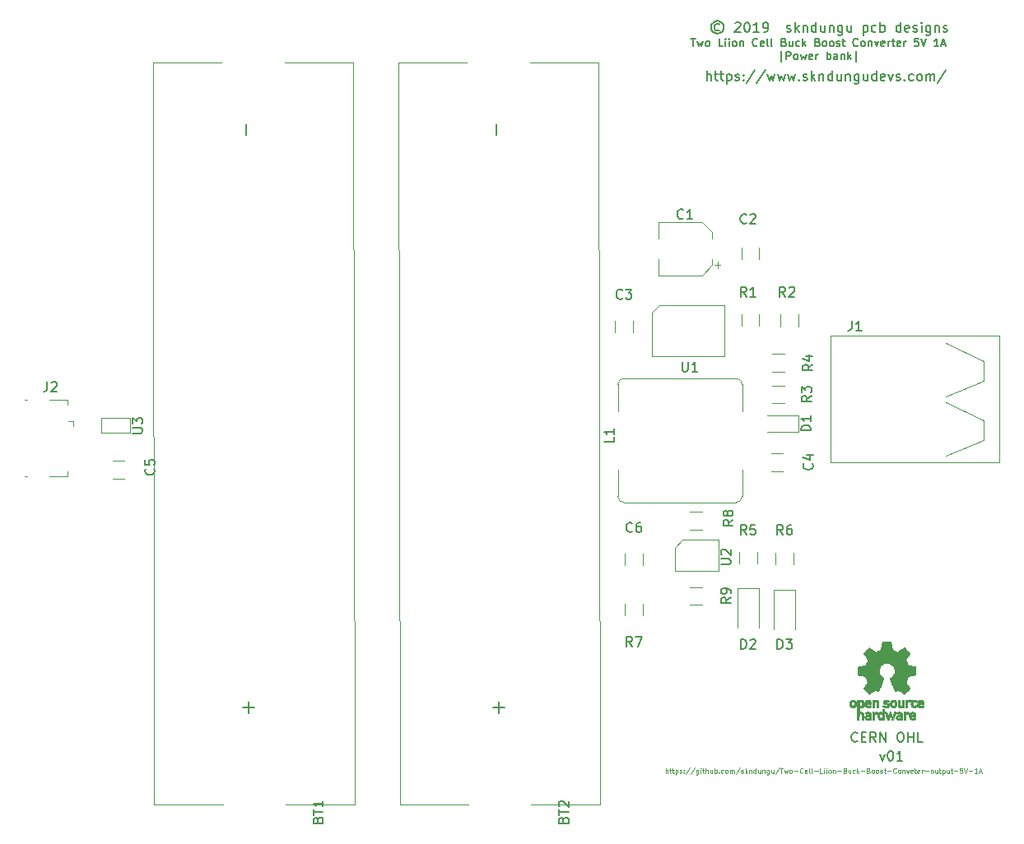
<source format=gbr>
G04 #@! TF.GenerationSoftware,KiCad,Pcbnew,(5.1.2-1)-1*
G04 #@! TF.CreationDate,2019-08-06T14:05:24+03:00*
G04 #@! TF.ProjectId,Boost_Converter,426f6f73-745f-4436-9f6e-766572746572,rev?*
G04 #@! TF.SameCoordinates,Original*
G04 #@! TF.FileFunction,Legend,Top*
G04 #@! TF.FilePolarity,Positive*
%FSLAX46Y46*%
G04 Gerber Fmt 4.6, Leading zero omitted, Abs format (unit mm)*
G04 Created by KiCad (PCBNEW (5.1.2-1)-1) date 2019-08-06 14:05:24*
%MOMM*%
%LPD*%
G04 APERTURE LIST*
%ADD10C,0.150000*%
%ADD11C,0.100000*%
%ADD12C,0.010000*%
%ADD13C,0.120000*%
G04 APERTURE END LIST*
D10*
X100035714Y-32940476D02*
X99940476Y-32892857D01*
X99750000Y-32892857D01*
X99654761Y-32940476D01*
X99559523Y-33035714D01*
X99511904Y-33130952D01*
X99511904Y-33321428D01*
X99559523Y-33416666D01*
X99654761Y-33511904D01*
X99750000Y-33559523D01*
X99940476Y-33559523D01*
X100035714Y-33511904D01*
X99845238Y-32559523D02*
X99607142Y-32607142D01*
X99369047Y-32750000D01*
X99226190Y-32988095D01*
X99178571Y-33226190D01*
X99226190Y-33464285D01*
X99369047Y-33702380D01*
X99607142Y-33845238D01*
X99845238Y-33892857D01*
X100083333Y-33845238D01*
X100321428Y-33702380D01*
X100464285Y-33464285D01*
X100511904Y-33226190D01*
X100464285Y-32988095D01*
X100321428Y-32750000D01*
X100083333Y-32607142D01*
X99845238Y-32559523D01*
X101654761Y-32797619D02*
X101702380Y-32750000D01*
X101797619Y-32702380D01*
X102035714Y-32702380D01*
X102130952Y-32750000D01*
X102178571Y-32797619D01*
X102226190Y-32892857D01*
X102226190Y-32988095D01*
X102178571Y-33130952D01*
X101607142Y-33702380D01*
X102226190Y-33702380D01*
X102845238Y-32702380D02*
X102940476Y-32702380D01*
X103035714Y-32750000D01*
X103083333Y-32797619D01*
X103130952Y-32892857D01*
X103178571Y-33083333D01*
X103178571Y-33321428D01*
X103130952Y-33511904D01*
X103083333Y-33607142D01*
X103035714Y-33654761D01*
X102940476Y-33702380D01*
X102845238Y-33702380D01*
X102750000Y-33654761D01*
X102702380Y-33607142D01*
X102654761Y-33511904D01*
X102607142Y-33321428D01*
X102607142Y-33083333D01*
X102654761Y-32892857D01*
X102702380Y-32797619D01*
X102750000Y-32750000D01*
X102845238Y-32702380D01*
X104130952Y-33702380D02*
X103559523Y-33702380D01*
X103845238Y-33702380D02*
X103845238Y-32702380D01*
X103750000Y-32845238D01*
X103654761Y-32940476D01*
X103559523Y-32988095D01*
X104607142Y-33702380D02*
X104797619Y-33702380D01*
X104892857Y-33654761D01*
X104940476Y-33607142D01*
X105035714Y-33464285D01*
X105083333Y-33273809D01*
X105083333Y-32892857D01*
X105035714Y-32797619D01*
X104988095Y-32750000D01*
X104892857Y-32702380D01*
X104702380Y-32702380D01*
X104607142Y-32750000D01*
X104559523Y-32797619D01*
X104511904Y-32892857D01*
X104511904Y-33130952D01*
X104559523Y-33226190D01*
X104607142Y-33273809D01*
X104702380Y-33321428D01*
X104892857Y-33321428D01*
X104988095Y-33273809D01*
X105035714Y-33226190D01*
X105083333Y-33130952D01*
X98761904Y-38702380D02*
X98761904Y-37702380D01*
X99190476Y-38702380D02*
X99190476Y-38178571D01*
X99142857Y-38083333D01*
X99047619Y-38035714D01*
X98904761Y-38035714D01*
X98809523Y-38083333D01*
X98761904Y-38130952D01*
X99523809Y-38035714D02*
X99904761Y-38035714D01*
X99666666Y-37702380D02*
X99666666Y-38559523D01*
X99714285Y-38654761D01*
X99809523Y-38702380D01*
X99904761Y-38702380D01*
X100095238Y-38035714D02*
X100476190Y-38035714D01*
X100238095Y-37702380D02*
X100238095Y-38559523D01*
X100285714Y-38654761D01*
X100380952Y-38702380D01*
X100476190Y-38702380D01*
X100809523Y-38035714D02*
X100809523Y-39035714D01*
X100809523Y-38083333D02*
X100904761Y-38035714D01*
X101095238Y-38035714D01*
X101190476Y-38083333D01*
X101238095Y-38130952D01*
X101285714Y-38226190D01*
X101285714Y-38511904D01*
X101238095Y-38607142D01*
X101190476Y-38654761D01*
X101095238Y-38702380D01*
X100904761Y-38702380D01*
X100809523Y-38654761D01*
X101666666Y-38654761D02*
X101761904Y-38702380D01*
X101952380Y-38702380D01*
X102047619Y-38654761D01*
X102095238Y-38559523D01*
X102095238Y-38511904D01*
X102047619Y-38416666D01*
X101952380Y-38369047D01*
X101809523Y-38369047D01*
X101714285Y-38321428D01*
X101666666Y-38226190D01*
X101666666Y-38178571D01*
X101714285Y-38083333D01*
X101809523Y-38035714D01*
X101952380Y-38035714D01*
X102047619Y-38083333D01*
X102523809Y-38607142D02*
X102571428Y-38654761D01*
X102523809Y-38702380D01*
X102476190Y-38654761D01*
X102523809Y-38607142D01*
X102523809Y-38702380D01*
X102523809Y-38083333D02*
X102571428Y-38130952D01*
X102523809Y-38178571D01*
X102476190Y-38130952D01*
X102523809Y-38083333D01*
X102523809Y-38178571D01*
X103714285Y-37654761D02*
X102857142Y-38940476D01*
X104761904Y-37654761D02*
X103904761Y-38940476D01*
X105000000Y-38035714D02*
X105190476Y-38702380D01*
X105380952Y-38226190D01*
X105571428Y-38702380D01*
X105761904Y-38035714D01*
X106047619Y-38035714D02*
X106238095Y-38702380D01*
X106428571Y-38226190D01*
X106619047Y-38702380D01*
X106809523Y-38035714D01*
X107095238Y-38035714D02*
X107285714Y-38702380D01*
X107476190Y-38226190D01*
X107666666Y-38702380D01*
X107857142Y-38035714D01*
X108238095Y-38607142D02*
X108285714Y-38654761D01*
X108238095Y-38702380D01*
X108190476Y-38654761D01*
X108238095Y-38607142D01*
X108238095Y-38702380D01*
X108666666Y-38654761D02*
X108761904Y-38702380D01*
X108952380Y-38702380D01*
X109047619Y-38654761D01*
X109095238Y-38559523D01*
X109095238Y-38511904D01*
X109047619Y-38416666D01*
X108952380Y-38369047D01*
X108809523Y-38369047D01*
X108714285Y-38321428D01*
X108666666Y-38226190D01*
X108666666Y-38178571D01*
X108714285Y-38083333D01*
X108809523Y-38035714D01*
X108952380Y-38035714D01*
X109047619Y-38083333D01*
X109523809Y-38702380D02*
X109523809Y-37702380D01*
X109619047Y-38321428D02*
X109904761Y-38702380D01*
X109904761Y-38035714D02*
X109523809Y-38416666D01*
X110333333Y-38035714D02*
X110333333Y-38702380D01*
X110333333Y-38130952D02*
X110380952Y-38083333D01*
X110476190Y-38035714D01*
X110619047Y-38035714D01*
X110714285Y-38083333D01*
X110761904Y-38178571D01*
X110761904Y-38702380D01*
X111666666Y-38702380D02*
X111666666Y-37702380D01*
X111666666Y-38654761D02*
X111571428Y-38702380D01*
X111380952Y-38702380D01*
X111285714Y-38654761D01*
X111238095Y-38607142D01*
X111190476Y-38511904D01*
X111190476Y-38226190D01*
X111238095Y-38130952D01*
X111285714Y-38083333D01*
X111380952Y-38035714D01*
X111571428Y-38035714D01*
X111666666Y-38083333D01*
X112571428Y-38035714D02*
X112571428Y-38702380D01*
X112142857Y-38035714D02*
X112142857Y-38559523D01*
X112190476Y-38654761D01*
X112285714Y-38702380D01*
X112428571Y-38702380D01*
X112523809Y-38654761D01*
X112571428Y-38607142D01*
X113047619Y-38035714D02*
X113047619Y-38702380D01*
X113047619Y-38130952D02*
X113095238Y-38083333D01*
X113190476Y-38035714D01*
X113333333Y-38035714D01*
X113428571Y-38083333D01*
X113476190Y-38178571D01*
X113476190Y-38702380D01*
X114380952Y-38035714D02*
X114380952Y-38845238D01*
X114333333Y-38940476D01*
X114285714Y-38988095D01*
X114190476Y-39035714D01*
X114047619Y-39035714D01*
X113952380Y-38988095D01*
X114380952Y-38654761D02*
X114285714Y-38702380D01*
X114095238Y-38702380D01*
X114000000Y-38654761D01*
X113952380Y-38607142D01*
X113904761Y-38511904D01*
X113904761Y-38226190D01*
X113952380Y-38130952D01*
X114000000Y-38083333D01*
X114095238Y-38035714D01*
X114285714Y-38035714D01*
X114380952Y-38083333D01*
X115285714Y-38035714D02*
X115285714Y-38702380D01*
X114857142Y-38035714D02*
X114857142Y-38559523D01*
X114904761Y-38654761D01*
X115000000Y-38702380D01*
X115142857Y-38702380D01*
X115238095Y-38654761D01*
X115285714Y-38607142D01*
X116190476Y-38702380D02*
X116190476Y-37702380D01*
X116190476Y-38654761D02*
X116095238Y-38702380D01*
X115904761Y-38702380D01*
X115809523Y-38654761D01*
X115761904Y-38607142D01*
X115714285Y-38511904D01*
X115714285Y-38226190D01*
X115761904Y-38130952D01*
X115809523Y-38083333D01*
X115904761Y-38035714D01*
X116095238Y-38035714D01*
X116190476Y-38083333D01*
X117047619Y-38654761D02*
X116952380Y-38702380D01*
X116761904Y-38702380D01*
X116666666Y-38654761D01*
X116619047Y-38559523D01*
X116619047Y-38178571D01*
X116666666Y-38083333D01*
X116761904Y-38035714D01*
X116952380Y-38035714D01*
X117047619Y-38083333D01*
X117095238Y-38178571D01*
X117095238Y-38273809D01*
X116619047Y-38369047D01*
X117428571Y-38035714D02*
X117666666Y-38702380D01*
X117904761Y-38035714D01*
X118238095Y-38654761D02*
X118333333Y-38702380D01*
X118523809Y-38702380D01*
X118619047Y-38654761D01*
X118666666Y-38559523D01*
X118666666Y-38511904D01*
X118619047Y-38416666D01*
X118523809Y-38369047D01*
X118380952Y-38369047D01*
X118285714Y-38321428D01*
X118238095Y-38226190D01*
X118238095Y-38178571D01*
X118285714Y-38083333D01*
X118380952Y-38035714D01*
X118523809Y-38035714D01*
X118619047Y-38083333D01*
X119095238Y-38607142D02*
X119142857Y-38654761D01*
X119095238Y-38702380D01*
X119047619Y-38654761D01*
X119095238Y-38607142D01*
X119095238Y-38702380D01*
X120000000Y-38654761D02*
X119904761Y-38702380D01*
X119714285Y-38702380D01*
X119619047Y-38654761D01*
X119571428Y-38607142D01*
X119523809Y-38511904D01*
X119523809Y-38226190D01*
X119571428Y-38130952D01*
X119619047Y-38083333D01*
X119714285Y-38035714D01*
X119904761Y-38035714D01*
X120000000Y-38083333D01*
X120571428Y-38702380D02*
X120476190Y-38654761D01*
X120428571Y-38607142D01*
X120380952Y-38511904D01*
X120380952Y-38226190D01*
X120428571Y-38130952D01*
X120476190Y-38083333D01*
X120571428Y-38035714D01*
X120714285Y-38035714D01*
X120809523Y-38083333D01*
X120857142Y-38130952D01*
X120904761Y-38226190D01*
X120904761Y-38511904D01*
X120857142Y-38607142D01*
X120809523Y-38654761D01*
X120714285Y-38702380D01*
X120571428Y-38702380D01*
X121333333Y-38702380D02*
X121333333Y-38035714D01*
X121333333Y-38130952D02*
X121380952Y-38083333D01*
X121476190Y-38035714D01*
X121619047Y-38035714D01*
X121714285Y-38083333D01*
X121761904Y-38178571D01*
X121761904Y-38702380D01*
X121761904Y-38178571D02*
X121809523Y-38083333D01*
X121904761Y-38035714D01*
X122047619Y-38035714D01*
X122142857Y-38083333D01*
X122190476Y-38178571D01*
X122190476Y-38702380D01*
X123380952Y-37654761D02*
X122523809Y-38940476D01*
D11*
X94511904Y-109976190D02*
X94511904Y-109476190D01*
X94726190Y-109976190D02*
X94726190Y-109714285D01*
X94702380Y-109666666D01*
X94654761Y-109642857D01*
X94583333Y-109642857D01*
X94535714Y-109666666D01*
X94511904Y-109690476D01*
X94892857Y-109642857D02*
X95083333Y-109642857D01*
X94964285Y-109476190D02*
X94964285Y-109904761D01*
X94988095Y-109952380D01*
X95035714Y-109976190D01*
X95083333Y-109976190D01*
X95178571Y-109642857D02*
X95369047Y-109642857D01*
X95249999Y-109476190D02*
X95249999Y-109904761D01*
X95273809Y-109952380D01*
X95321428Y-109976190D01*
X95369047Y-109976190D01*
X95535714Y-109642857D02*
X95535714Y-110142857D01*
X95535714Y-109666666D02*
X95583333Y-109642857D01*
X95678571Y-109642857D01*
X95726190Y-109666666D01*
X95749999Y-109690476D01*
X95773809Y-109738095D01*
X95773809Y-109880952D01*
X95749999Y-109928571D01*
X95726190Y-109952380D01*
X95678571Y-109976190D01*
X95583333Y-109976190D01*
X95535714Y-109952380D01*
X95964285Y-109952380D02*
X96011904Y-109976190D01*
X96107142Y-109976190D01*
X96154761Y-109952380D01*
X96178571Y-109904761D01*
X96178571Y-109880952D01*
X96154761Y-109833333D01*
X96107142Y-109809523D01*
X96035714Y-109809523D01*
X95988095Y-109785714D01*
X95964285Y-109738095D01*
X95964285Y-109714285D01*
X95988095Y-109666666D01*
X96035714Y-109642857D01*
X96107142Y-109642857D01*
X96154761Y-109666666D01*
X96392857Y-109928571D02*
X96416666Y-109952380D01*
X96392857Y-109976190D01*
X96369047Y-109952380D01*
X96392857Y-109928571D01*
X96392857Y-109976190D01*
X96392857Y-109666666D02*
X96416666Y-109690476D01*
X96392857Y-109714285D01*
X96369047Y-109690476D01*
X96392857Y-109666666D01*
X96392857Y-109714285D01*
X96988095Y-109452380D02*
X96559523Y-110095238D01*
X97511904Y-109452380D02*
X97083333Y-110095238D01*
X97892857Y-109642857D02*
X97892857Y-110047619D01*
X97869047Y-110095238D01*
X97845238Y-110119047D01*
X97797619Y-110142857D01*
X97726190Y-110142857D01*
X97678571Y-110119047D01*
X97892857Y-109952380D02*
X97845238Y-109976190D01*
X97749999Y-109976190D01*
X97702380Y-109952380D01*
X97678571Y-109928571D01*
X97654761Y-109880952D01*
X97654761Y-109738095D01*
X97678571Y-109690476D01*
X97702380Y-109666666D01*
X97749999Y-109642857D01*
X97845238Y-109642857D01*
X97892857Y-109666666D01*
X98130952Y-109976190D02*
X98130952Y-109642857D01*
X98130952Y-109476190D02*
X98107142Y-109500000D01*
X98130952Y-109523809D01*
X98154761Y-109500000D01*
X98130952Y-109476190D01*
X98130952Y-109523809D01*
X98297619Y-109642857D02*
X98488095Y-109642857D01*
X98369047Y-109476190D02*
X98369047Y-109904761D01*
X98392857Y-109952380D01*
X98440476Y-109976190D01*
X98488095Y-109976190D01*
X98654761Y-109976190D02*
X98654761Y-109476190D01*
X98869047Y-109976190D02*
X98869047Y-109714285D01*
X98845238Y-109666666D01*
X98797619Y-109642857D01*
X98726190Y-109642857D01*
X98678571Y-109666666D01*
X98654761Y-109690476D01*
X99321428Y-109642857D02*
X99321428Y-109976190D01*
X99107142Y-109642857D02*
X99107142Y-109904761D01*
X99130952Y-109952380D01*
X99178571Y-109976190D01*
X99249999Y-109976190D01*
X99297619Y-109952380D01*
X99321428Y-109928571D01*
X99559523Y-109976190D02*
X99559523Y-109476190D01*
X99559523Y-109666666D02*
X99607142Y-109642857D01*
X99702380Y-109642857D01*
X99749999Y-109666666D01*
X99773809Y-109690476D01*
X99797619Y-109738095D01*
X99797619Y-109880952D01*
X99773809Y-109928571D01*
X99749999Y-109952380D01*
X99702380Y-109976190D01*
X99607142Y-109976190D01*
X99559523Y-109952380D01*
X100011904Y-109928571D02*
X100035714Y-109952380D01*
X100011904Y-109976190D01*
X99988095Y-109952380D01*
X100011904Y-109928571D01*
X100011904Y-109976190D01*
X100464285Y-109952380D02*
X100416666Y-109976190D01*
X100321428Y-109976190D01*
X100273809Y-109952380D01*
X100249999Y-109928571D01*
X100226190Y-109880952D01*
X100226190Y-109738095D01*
X100249999Y-109690476D01*
X100273809Y-109666666D01*
X100321428Y-109642857D01*
X100416666Y-109642857D01*
X100464285Y-109666666D01*
X100749999Y-109976190D02*
X100702380Y-109952380D01*
X100678571Y-109928571D01*
X100654761Y-109880952D01*
X100654761Y-109738095D01*
X100678571Y-109690476D01*
X100702380Y-109666666D01*
X100749999Y-109642857D01*
X100821428Y-109642857D01*
X100869047Y-109666666D01*
X100892857Y-109690476D01*
X100916666Y-109738095D01*
X100916666Y-109880952D01*
X100892857Y-109928571D01*
X100869047Y-109952380D01*
X100821428Y-109976190D01*
X100749999Y-109976190D01*
X101130952Y-109976190D02*
X101130952Y-109642857D01*
X101130952Y-109690476D02*
X101154761Y-109666666D01*
X101202380Y-109642857D01*
X101273809Y-109642857D01*
X101321428Y-109666666D01*
X101345238Y-109714285D01*
X101345238Y-109976190D01*
X101345238Y-109714285D02*
X101369047Y-109666666D01*
X101416666Y-109642857D01*
X101488095Y-109642857D01*
X101535714Y-109666666D01*
X101559523Y-109714285D01*
X101559523Y-109976190D01*
X102154761Y-109452380D02*
X101726190Y-110095238D01*
X102297619Y-109952380D02*
X102345238Y-109976190D01*
X102440476Y-109976190D01*
X102488095Y-109952380D01*
X102511904Y-109904761D01*
X102511904Y-109880952D01*
X102488095Y-109833333D01*
X102440476Y-109809523D01*
X102369047Y-109809523D01*
X102321428Y-109785714D01*
X102297619Y-109738095D01*
X102297619Y-109714285D01*
X102321428Y-109666666D01*
X102369047Y-109642857D01*
X102440476Y-109642857D01*
X102488095Y-109666666D01*
X102726190Y-109976190D02*
X102726190Y-109476190D01*
X102773809Y-109785714D02*
X102916666Y-109976190D01*
X102916666Y-109642857D02*
X102726190Y-109833333D01*
X103130952Y-109642857D02*
X103130952Y-109976190D01*
X103130952Y-109690476D02*
X103154761Y-109666666D01*
X103202380Y-109642857D01*
X103273809Y-109642857D01*
X103321428Y-109666666D01*
X103345238Y-109714285D01*
X103345238Y-109976190D01*
X103797619Y-109976190D02*
X103797619Y-109476190D01*
X103797619Y-109952380D02*
X103749999Y-109976190D01*
X103654761Y-109976190D01*
X103607142Y-109952380D01*
X103583333Y-109928571D01*
X103559523Y-109880952D01*
X103559523Y-109738095D01*
X103583333Y-109690476D01*
X103607142Y-109666666D01*
X103654761Y-109642857D01*
X103749999Y-109642857D01*
X103797619Y-109666666D01*
X104249999Y-109642857D02*
X104249999Y-109976190D01*
X104035714Y-109642857D02*
X104035714Y-109904761D01*
X104059523Y-109952380D01*
X104107142Y-109976190D01*
X104178571Y-109976190D01*
X104226190Y-109952380D01*
X104249999Y-109928571D01*
X104488095Y-109642857D02*
X104488095Y-109976190D01*
X104488095Y-109690476D02*
X104511904Y-109666666D01*
X104559523Y-109642857D01*
X104630952Y-109642857D01*
X104678571Y-109666666D01*
X104702380Y-109714285D01*
X104702380Y-109976190D01*
X105154761Y-109642857D02*
X105154761Y-110047619D01*
X105130952Y-110095238D01*
X105107142Y-110119047D01*
X105059523Y-110142857D01*
X104988095Y-110142857D01*
X104940476Y-110119047D01*
X105154761Y-109952380D02*
X105107142Y-109976190D01*
X105011904Y-109976190D01*
X104964285Y-109952380D01*
X104940476Y-109928571D01*
X104916666Y-109880952D01*
X104916666Y-109738095D01*
X104940476Y-109690476D01*
X104964285Y-109666666D01*
X105011904Y-109642857D01*
X105107142Y-109642857D01*
X105154761Y-109666666D01*
X105607142Y-109642857D02*
X105607142Y-109976190D01*
X105392857Y-109642857D02*
X105392857Y-109904761D01*
X105416666Y-109952380D01*
X105464285Y-109976190D01*
X105535714Y-109976190D01*
X105583333Y-109952380D01*
X105607142Y-109928571D01*
X106202380Y-109452380D02*
X105773809Y-110095238D01*
X106297619Y-109476190D02*
X106583333Y-109476190D01*
X106440476Y-109976190D02*
X106440476Y-109476190D01*
X106702380Y-109642857D02*
X106797619Y-109976190D01*
X106892857Y-109738095D01*
X106988095Y-109976190D01*
X107083333Y-109642857D01*
X107345238Y-109976190D02*
X107297619Y-109952380D01*
X107273809Y-109928571D01*
X107249999Y-109880952D01*
X107249999Y-109738095D01*
X107273809Y-109690476D01*
X107297619Y-109666666D01*
X107345238Y-109642857D01*
X107416666Y-109642857D01*
X107464285Y-109666666D01*
X107488095Y-109690476D01*
X107511904Y-109738095D01*
X107511904Y-109880952D01*
X107488095Y-109928571D01*
X107464285Y-109952380D01*
X107416666Y-109976190D01*
X107345238Y-109976190D01*
X107726190Y-109785714D02*
X108107142Y-109785714D01*
X108630952Y-109928571D02*
X108607142Y-109952380D01*
X108535714Y-109976190D01*
X108488095Y-109976190D01*
X108416666Y-109952380D01*
X108369047Y-109904761D01*
X108345238Y-109857142D01*
X108321428Y-109761904D01*
X108321428Y-109690476D01*
X108345238Y-109595238D01*
X108369047Y-109547619D01*
X108416666Y-109500000D01*
X108488095Y-109476190D01*
X108535714Y-109476190D01*
X108607142Y-109500000D01*
X108630952Y-109523809D01*
X109035714Y-109952380D02*
X108988095Y-109976190D01*
X108892857Y-109976190D01*
X108845238Y-109952380D01*
X108821428Y-109904761D01*
X108821428Y-109714285D01*
X108845238Y-109666666D01*
X108892857Y-109642857D01*
X108988095Y-109642857D01*
X109035714Y-109666666D01*
X109059523Y-109714285D01*
X109059523Y-109761904D01*
X108821428Y-109809523D01*
X109345238Y-109976190D02*
X109297619Y-109952380D01*
X109273809Y-109904761D01*
X109273809Y-109476190D01*
X109607142Y-109976190D02*
X109559523Y-109952380D01*
X109535714Y-109904761D01*
X109535714Y-109476190D01*
X109797619Y-109785714D02*
X110178571Y-109785714D01*
X110654761Y-109976190D02*
X110416666Y-109976190D01*
X110416666Y-109476190D01*
X110821428Y-109976190D02*
X110821428Y-109642857D01*
X110821428Y-109476190D02*
X110797619Y-109500000D01*
X110821428Y-109523809D01*
X110845238Y-109500000D01*
X110821428Y-109476190D01*
X110821428Y-109523809D01*
X111059523Y-109976190D02*
X111059523Y-109642857D01*
X111059523Y-109476190D02*
X111035714Y-109500000D01*
X111059523Y-109523809D01*
X111083333Y-109500000D01*
X111059523Y-109476190D01*
X111059523Y-109523809D01*
X111369047Y-109976190D02*
X111321428Y-109952380D01*
X111297619Y-109928571D01*
X111273809Y-109880952D01*
X111273809Y-109738095D01*
X111297619Y-109690476D01*
X111321428Y-109666666D01*
X111369047Y-109642857D01*
X111440476Y-109642857D01*
X111488095Y-109666666D01*
X111511904Y-109690476D01*
X111535714Y-109738095D01*
X111535714Y-109880952D01*
X111511904Y-109928571D01*
X111488095Y-109952380D01*
X111440476Y-109976190D01*
X111369047Y-109976190D01*
X111749999Y-109642857D02*
X111749999Y-109976190D01*
X111749999Y-109690476D02*
X111773809Y-109666666D01*
X111821428Y-109642857D01*
X111892857Y-109642857D01*
X111940476Y-109666666D01*
X111964285Y-109714285D01*
X111964285Y-109976190D01*
X112202380Y-109785714D02*
X112583333Y-109785714D01*
X112988095Y-109714285D02*
X113059523Y-109738095D01*
X113083333Y-109761904D01*
X113107142Y-109809523D01*
X113107142Y-109880952D01*
X113083333Y-109928571D01*
X113059523Y-109952380D01*
X113011904Y-109976190D01*
X112821428Y-109976190D01*
X112821428Y-109476190D01*
X112988095Y-109476190D01*
X113035714Y-109500000D01*
X113059523Y-109523809D01*
X113083333Y-109571428D01*
X113083333Y-109619047D01*
X113059523Y-109666666D01*
X113035714Y-109690476D01*
X112988095Y-109714285D01*
X112821428Y-109714285D01*
X113535714Y-109642857D02*
X113535714Y-109976190D01*
X113321428Y-109642857D02*
X113321428Y-109904761D01*
X113345238Y-109952380D01*
X113392857Y-109976190D01*
X113464285Y-109976190D01*
X113511904Y-109952380D01*
X113535714Y-109928571D01*
X113988095Y-109952380D02*
X113940476Y-109976190D01*
X113845238Y-109976190D01*
X113797619Y-109952380D01*
X113773809Y-109928571D01*
X113749999Y-109880952D01*
X113749999Y-109738095D01*
X113773809Y-109690476D01*
X113797619Y-109666666D01*
X113845238Y-109642857D01*
X113940476Y-109642857D01*
X113988095Y-109666666D01*
X114202380Y-109976190D02*
X114202380Y-109476190D01*
X114249999Y-109785714D02*
X114392857Y-109976190D01*
X114392857Y-109642857D02*
X114202380Y-109833333D01*
X114607142Y-109785714D02*
X114988095Y-109785714D01*
X115392857Y-109714285D02*
X115464285Y-109738095D01*
X115488095Y-109761904D01*
X115511904Y-109809523D01*
X115511904Y-109880952D01*
X115488095Y-109928571D01*
X115464285Y-109952380D01*
X115416666Y-109976190D01*
X115226190Y-109976190D01*
X115226190Y-109476190D01*
X115392857Y-109476190D01*
X115440476Y-109500000D01*
X115464285Y-109523809D01*
X115488095Y-109571428D01*
X115488095Y-109619047D01*
X115464285Y-109666666D01*
X115440476Y-109690476D01*
X115392857Y-109714285D01*
X115226190Y-109714285D01*
X115797619Y-109976190D02*
X115749999Y-109952380D01*
X115726190Y-109928571D01*
X115702380Y-109880952D01*
X115702380Y-109738095D01*
X115726190Y-109690476D01*
X115749999Y-109666666D01*
X115797619Y-109642857D01*
X115869047Y-109642857D01*
X115916666Y-109666666D01*
X115940476Y-109690476D01*
X115964285Y-109738095D01*
X115964285Y-109880952D01*
X115940476Y-109928571D01*
X115916666Y-109952380D01*
X115869047Y-109976190D01*
X115797619Y-109976190D01*
X116249999Y-109976190D02*
X116202380Y-109952380D01*
X116178571Y-109928571D01*
X116154761Y-109880952D01*
X116154761Y-109738095D01*
X116178571Y-109690476D01*
X116202380Y-109666666D01*
X116249999Y-109642857D01*
X116321428Y-109642857D01*
X116369047Y-109666666D01*
X116392857Y-109690476D01*
X116416666Y-109738095D01*
X116416666Y-109880952D01*
X116392857Y-109928571D01*
X116369047Y-109952380D01*
X116321428Y-109976190D01*
X116249999Y-109976190D01*
X116607142Y-109952380D02*
X116654761Y-109976190D01*
X116749999Y-109976190D01*
X116797619Y-109952380D01*
X116821428Y-109904761D01*
X116821428Y-109880952D01*
X116797619Y-109833333D01*
X116749999Y-109809523D01*
X116678571Y-109809523D01*
X116630952Y-109785714D01*
X116607142Y-109738095D01*
X116607142Y-109714285D01*
X116630952Y-109666666D01*
X116678571Y-109642857D01*
X116749999Y-109642857D01*
X116797619Y-109666666D01*
X116964285Y-109642857D02*
X117154761Y-109642857D01*
X117035714Y-109476190D02*
X117035714Y-109904761D01*
X117059523Y-109952380D01*
X117107142Y-109976190D01*
X117154761Y-109976190D01*
X117321428Y-109785714D02*
X117702380Y-109785714D01*
X118226190Y-109928571D02*
X118202380Y-109952380D01*
X118130952Y-109976190D01*
X118083333Y-109976190D01*
X118011904Y-109952380D01*
X117964285Y-109904761D01*
X117940476Y-109857142D01*
X117916666Y-109761904D01*
X117916666Y-109690476D01*
X117940476Y-109595238D01*
X117964285Y-109547619D01*
X118011904Y-109500000D01*
X118083333Y-109476190D01*
X118130952Y-109476190D01*
X118202380Y-109500000D01*
X118226190Y-109523809D01*
X118511904Y-109976190D02*
X118464285Y-109952380D01*
X118440476Y-109928571D01*
X118416666Y-109880952D01*
X118416666Y-109738095D01*
X118440476Y-109690476D01*
X118464285Y-109666666D01*
X118511904Y-109642857D01*
X118583333Y-109642857D01*
X118630952Y-109666666D01*
X118654761Y-109690476D01*
X118678571Y-109738095D01*
X118678571Y-109880952D01*
X118654761Y-109928571D01*
X118630952Y-109952380D01*
X118583333Y-109976190D01*
X118511904Y-109976190D01*
X118892857Y-109642857D02*
X118892857Y-109976190D01*
X118892857Y-109690476D02*
X118916666Y-109666666D01*
X118964285Y-109642857D01*
X119035714Y-109642857D01*
X119083333Y-109666666D01*
X119107142Y-109714285D01*
X119107142Y-109976190D01*
X119297619Y-109642857D02*
X119416666Y-109976190D01*
X119535714Y-109642857D01*
X119916666Y-109952380D02*
X119869047Y-109976190D01*
X119773809Y-109976190D01*
X119726190Y-109952380D01*
X119702380Y-109904761D01*
X119702380Y-109714285D01*
X119726190Y-109666666D01*
X119773809Y-109642857D01*
X119869047Y-109642857D01*
X119916666Y-109666666D01*
X119940476Y-109714285D01*
X119940476Y-109761904D01*
X119702380Y-109809523D01*
X120083333Y-109642857D02*
X120273809Y-109642857D01*
X120154761Y-109476190D02*
X120154761Y-109904761D01*
X120178571Y-109952380D01*
X120226190Y-109976190D01*
X120273809Y-109976190D01*
X120630952Y-109952380D02*
X120583333Y-109976190D01*
X120488095Y-109976190D01*
X120440476Y-109952380D01*
X120416666Y-109904761D01*
X120416666Y-109714285D01*
X120440476Y-109666666D01*
X120488095Y-109642857D01*
X120583333Y-109642857D01*
X120630952Y-109666666D01*
X120654761Y-109714285D01*
X120654761Y-109761904D01*
X120416666Y-109809523D01*
X120869047Y-109976190D02*
X120869047Y-109642857D01*
X120869047Y-109738095D02*
X120892857Y-109690476D01*
X120916666Y-109666666D01*
X120964285Y-109642857D01*
X121011904Y-109642857D01*
X121178571Y-109785714D02*
X121559523Y-109785714D01*
X121869047Y-109976190D02*
X121821428Y-109952380D01*
X121797619Y-109928571D01*
X121773809Y-109880952D01*
X121773809Y-109738095D01*
X121797619Y-109690476D01*
X121821428Y-109666666D01*
X121869047Y-109642857D01*
X121940476Y-109642857D01*
X121988095Y-109666666D01*
X122011904Y-109690476D01*
X122035714Y-109738095D01*
X122035714Y-109880952D01*
X122011904Y-109928571D01*
X121988095Y-109952380D01*
X121940476Y-109976190D01*
X121869047Y-109976190D01*
X122464285Y-109642857D02*
X122464285Y-109976190D01*
X122249999Y-109642857D02*
X122249999Y-109904761D01*
X122273809Y-109952380D01*
X122321428Y-109976190D01*
X122392857Y-109976190D01*
X122440476Y-109952380D01*
X122464285Y-109928571D01*
X122630952Y-109642857D02*
X122821428Y-109642857D01*
X122702380Y-109476190D02*
X122702380Y-109904761D01*
X122726190Y-109952380D01*
X122773809Y-109976190D01*
X122821428Y-109976190D01*
X122988095Y-109642857D02*
X122988095Y-110142857D01*
X122988095Y-109666666D02*
X123035714Y-109642857D01*
X123130952Y-109642857D01*
X123178571Y-109666666D01*
X123202380Y-109690476D01*
X123226190Y-109738095D01*
X123226190Y-109880952D01*
X123202380Y-109928571D01*
X123178571Y-109952380D01*
X123130952Y-109976190D01*
X123035714Y-109976190D01*
X122988095Y-109952380D01*
X123654761Y-109642857D02*
X123654761Y-109976190D01*
X123440476Y-109642857D02*
X123440476Y-109904761D01*
X123464285Y-109952380D01*
X123511904Y-109976190D01*
X123583333Y-109976190D01*
X123630952Y-109952380D01*
X123654761Y-109928571D01*
X123821428Y-109642857D02*
X124011904Y-109642857D01*
X123892857Y-109476190D02*
X123892857Y-109904761D01*
X123916666Y-109952380D01*
X123964285Y-109976190D01*
X124011904Y-109976190D01*
X124178571Y-109785714D02*
X124559523Y-109785714D01*
X125035714Y-109476190D02*
X124797619Y-109476190D01*
X124773809Y-109714285D01*
X124797619Y-109690476D01*
X124845238Y-109666666D01*
X124964285Y-109666666D01*
X125011904Y-109690476D01*
X125035714Y-109714285D01*
X125059523Y-109761904D01*
X125059523Y-109880952D01*
X125035714Y-109928571D01*
X125011904Y-109952380D01*
X124964285Y-109976190D01*
X124845238Y-109976190D01*
X124797619Y-109952380D01*
X124773809Y-109928571D01*
X125202380Y-109476190D02*
X125369047Y-109976190D01*
X125535714Y-109476190D01*
X125702380Y-109785714D02*
X126083333Y-109785714D01*
X126583333Y-109976190D02*
X126297619Y-109976190D01*
X126440476Y-109976190D02*
X126440476Y-109476190D01*
X126392857Y-109547619D01*
X126345238Y-109595238D01*
X126297619Y-109619047D01*
X126773809Y-109833333D02*
X127011904Y-109833333D01*
X126726190Y-109976190D02*
X126892857Y-109476190D01*
X127059523Y-109976190D01*
D10*
X114250000Y-106682142D02*
X114202380Y-106729761D01*
X114059523Y-106777380D01*
X113964285Y-106777380D01*
X113821428Y-106729761D01*
X113726190Y-106634523D01*
X113678571Y-106539285D01*
X113630952Y-106348809D01*
X113630952Y-106205952D01*
X113678571Y-106015476D01*
X113726190Y-105920238D01*
X113821428Y-105825000D01*
X113964285Y-105777380D01*
X114059523Y-105777380D01*
X114202380Y-105825000D01*
X114250000Y-105872619D01*
X114678571Y-106253571D02*
X115011904Y-106253571D01*
X115154761Y-106777380D02*
X114678571Y-106777380D01*
X114678571Y-105777380D01*
X115154761Y-105777380D01*
X116154761Y-106777380D02*
X115821428Y-106301190D01*
X115583333Y-106777380D02*
X115583333Y-105777380D01*
X115964285Y-105777380D01*
X116059523Y-105825000D01*
X116107142Y-105872619D01*
X116154761Y-105967857D01*
X116154761Y-106110714D01*
X116107142Y-106205952D01*
X116059523Y-106253571D01*
X115964285Y-106301190D01*
X115583333Y-106301190D01*
X116583333Y-106777380D02*
X116583333Y-105777380D01*
X117154761Y-106777380D01*
X117154761Y-105777380D01*
X118583333Y-105777380D02*
X118773809Y-105777380D01*
X118869047Y-105825000D01*
X118964285Y-105920238D01*
X119011904Y-106110714D01*
X119011904Y-106444047D01*
X118964285Y-106634523D01*
X118869047Y-106729761D01*
X118773809Y-106777380D01*
X118583333Y-106777380D01*
X118488095Y-106729761D01*
X118392857Y-106634523D01*
X118345238Y-106444047D01*
X118345238Y-106110714D01*
X118392857Y-105920238D01*
X118488095Y-105825000D01*
X118583333Y-105777380D01*
X119440476Y-106777380D02*
X119440476Y-105777380D01*
X119440476Y-106253571D02*
X120011904Y-106253571D01*
X120011904Y-106777380D02*
X120011904Y-105777380D01*
X120964285Y-106777380D02*
X120488095Y-106777380D01*
X120488095Y-105777380D01*
X116559523Y-108035714D02*
X116797619Y-108702380D01*
X117035714Y-108035714D01*
X117607142Y-107702380D02*
X117702380Y-107702380D01*
X117797619Y-107750000D01*
X117845238Y-107797619D01*
X117892857Y-107892857D01*
X117940476Y-108083333D01*
X117940476Y-108321428D01*
X117892857Y-108511904D01*
X117845238Y-108607142D01*
X117797619Y-108654761D01*
X117702380Y-108702380D01*
X117607142Y-108702380D01*
X117511904Y-108654761D01*
X117464285Y-108607142D01*
X117416666Y-108511904D01*
X117369047Y-108321428D01*
X117369047Y-108083333D01*
X117416666Y-107892857D01*
X117464285Y-107797619D01*
X117511904Y-107750000D01*
X117607142Y-107702380D01*
X118892857Y-108702380D02*
X118321428Y-108702380D01*
X118607142Y-108702380D02*
X118607142Y-107702380D01*
X118511904Y-107845238D01*
X118416666Y-107940476D01*
X118321428Y-107988095D01*
X97126190Y-34386904D02*
X97583333Y-34386904D01*
X97354761Y-35186904D02*
X97354761Y-34386904D01*
X97773809Y-34653571D02*
X97926190Y-35186904D01*
X98078571Y-34805952D01*
X98230952Y-35186904D01*
X98383333Y-34653571D01*
X98802380Y-35186904D02*
X98726190Y-35148809D01*
X98688095Y-35110714D01*
X98650000Y-35034523D01*
X98650000Y-34805952D01*
X98688095Y-34729761D01*
X98726190Y-34691666D01*
X98802380Y-34653571D01*
X98916666Y-34653571D01*
X98992857Y-34691666D01*
X99030952Y-34729761D01*
X99069047Y-34805952D01*
X99069047Y-35034523D01*
X99030952Y-35110714D01*
X98992857Y-35148809D01*
X98916666Y-35186904D01*
X98802380Y-35186904D01*
X100402380Y-35186904D02*
X100021428Y-35186904D01*
X100021428Y-34386904D01*
X100669047Y-35186904D02*
X100669047Y-34653571D01*
X100669047Y-34386904D02*
X100630952Y-34425000D01*
X100669047Y-34463095D01*
X100707142Y-34425000D01*
X100669047Y-34386904D01*
X100669047Y-34463095D01*
X101050000Y-35186904D02*
X101050000Y-34653571D01*
X101050000Y-34386904D02*
X101011904Y-34425000D01*
X101050000Y-34463095D01*
X101088095Y-34425000D01*
X101050000Y-34386904D01*
X101050000Y-34463095D01*
X101545238Y-35186904D02*
X101469047Y-35148809D01*
X101430952Y-35110714D01*
X101392857Y-35034523D01*
X101392857Y-34805952D01*
X101430952Y-34729761D01*
X101469047Y-34691666D01*
X101545238Y-34653571D01*
X101659523Y-34653571D01*
X101735714Y-34691666D01*
X101773809Y-34729761D01*
X101811904Y-34805952D01*
X101811904Y-35034523D01*
X101773809Y-35110714D01*
X101735714Y-35148809D01*
X101659523Y-35186904D01*
X101545238Y-35186904D01*
X102154761Y-34653571D02*
X102154761Y-35186904D01*
X102154761Y-34729761D02*
X102192857Y-34691666D01*
X102269047Y-34653571D01*
X102383333Y-34653571D01*
X102459523Y-34691666D01*
X102497619Y-34767857D01*
X102497619Y-35186904D01*
X103945238Y-35110714D02*
X103907142Y-35148809D01*
X103792857Y-35186904D01*
X103716666Y-35186904D01*
X103602380Y-35148809D01*
X103526190Y-35072619D01*
X103488095Y-34996428D01*
X103450000Y-34844047D01*
X103450000Y-34729761D01*
X103488095Y-34577380D01*
X103526190Y-34501190D01*
X103602380Y-34425000D01*
X103716666Y-34386904D01*
X103792857Y-34386904D01*
X103907142Y-34425000D01*
X103945238Y-34463095D01*
X104592857Y-35148809D02*
X104516666Y-35186904D01*
X104364285Y-35186904D01*
X104288095Y-35148809D01*
X104250000Y-35072619D01*
X104250000Y-34767857D01*
X104288095Y-34691666D01*
X104364285Y-34653571D01*
X104516666Y-34653571D01*
X104592857Y-34691666D01*
X104630952Y-34767857D01*
X104630952Y-34844047D01*
X104250000Y-34920238D01*
X105088095Y-35186904D02*
X105011904Y-35148809D01*
X104973809Y-35072619D01*
X104973809Y-34386904D01*
X105507142Y-35186904D02*
X105430952Y-35148809D01*
X105392857Y-35072619D01*
X105392857Y-34386904D01*
X106688095Y-34767857D02*
X106802380Y-34805952D01*
X106840476Y-34844047D01*
X106878571Y-34920238D01*
X106878571Y-35034523D01*
X106840476Y-35110714D01*
X106802380Y-35148809D01*
X106726190Y-35186904D01*
X106421428Y-35186904D01*
X106421428Y-34386904D01*
X106688095Y-34386904D01*
X106764285Y-34425000D01*
X106802380Y-34463095D01*
X106840476Y-34539285D01*
X106840476Y-34615476D01*
X106802380Y-34691666D01*
X106764285Y-34729761D01*
X106688095Y-34767857D01*
X106421428Y-34767857D01*
X107564285Y-34653571D02*
X107564285Y-35186904D01*
X107221428Y-34653571D02*
X107221428Y-35072619D01*
X107259523Y-35148809D01*
X107335714Y-35186904D01*
X107450000Y-35186904D01*
X107526190Y-35148809D01*
X107564285Y-35110714D01*
X108288095Y-35148809D02*
X108211904Y-35186904D01*
X108059523Y-35186904D01*
X107983333Y-35148809D01*
X107945238Y-35110714D01*
X107907142Y-35034523D01*
X107907142Y-34805952D01*
X107945238Y-34729761D01*
X107983333Y-34691666D01*
X108059523Y-34653571D01*
X108211904Y-34653571D01*
X108288095Y-34691666D01*
X108630952Y-35186904D02*
X108630952Y-34386904D01*
X108707142Y-34882142D02*
X108935714Y-35186904D01*
X108935714Y-34653571D02*
X108630952Y-34958333D01*
X110154761Y-34767857D02*
X110269047Y-34805952D01*
X110307142Y-34844047D01*
X110345238Y-34920238D01*
X110345238Y-35034523D01*
X110307142Y-35110714D01*
X110269047Y-35148809D01*
X110192857Y-35186904D01*
X109888095Y-35186904D01*
X109888095Y-34386904D01*
X110154761Y-34386904D01*
X110230952Y-34425000D01*
X110269047Y-34463095D01*
X110307142Y-34539285D01*
X110307142Y-34615476D01*
X110269047Y-34691666D01*
X110230952Y-34729761D01*
X110154761Y-34767857D01*
X109888095Y-34767857D01*
X110802380Y-35186904D02*
X110726190Y-35148809D01*
X110688095Y-35110714D01*
X110650000Y-35034523D01*
X110650000Y-34805952D01*
X110688095Y-34729761D01*
X110726190Y-34691666D01*
X110802380Y-34653571D01*
X110916666Y-34653571D01*
X110992857Y-34691666D01*
X111030952Y-34729761D01*
X111069047Y-34805952D01*
X111069047Y-35034523D01*
X111030952Y-35110714D01*
X110992857Y-35148809D01*
X110916666Y-35186904D01*
X110802380Y-35186904D01*
X111526190Y-35186904D02*
X111450000Y-35148809D01*
X111411904Y-35110714D01*
X111373809Y-35034523D01*
X111373809Y-34805952D01*
X111411904Y-34729761D01*
X111450000Y-34691666D01*
X111526190Y-34653571D01*
X111640476Y-34653571D01*
X111716666Y-34691666D01*
X111754761Y-34729761D01*
X111792857Y-34805952D01*
X111792857Y-35034523D01*
X111754761Y-35110714D01*
X111716666Y-35148809D01*
X111640476Y-35186904D01*
X111526190Y-35186904D01*
X112097619Y-35148809D02*
X112173809Y-35186904D01*
X112326190Y-35186904D01*
X112402380Y-35148809D01*
X112440476Y-35072619D01*
X112440476Y-35034523D01*
X112402380Y-34958333D01*
X112326190Y-34920238D01*
X112211904Y-34920238D01*
X112135714Y-34882142D01*
X112097619Y-34805952D01*
X112097619Y-34767857D01*
X112135714Y-34691666D01*
X112211904Y-34653571D01*
X112326190Y-34653571D01*
X112402380Y-34691666D01*
X112669047Y-34653571D02*
X112973809Y-34653571D01*
X112783333Y-34386904D02*
X112783333Y-35072619D01*
X112821428Y-35148809D01*
X112897619Y-35186904D01*
X112973809Y-35186904D01*
X114307142Y-35110714D02*
X114269047Y-35148809D01*
X114154761Y-35186904D01*
X114078571Y-35186904D01*
X113964285Y-35148809D01*
X113888095Y-35072619D01*
X113850000Y-34996428D01*
X113811904Y-34844047D01*
X113811904Y-34729761D01*
X113850000Y-34577380D01*
X113888095Y-34501190D01*
X113964285Y-34425000D01*
X114078571Y-34386904D01*
X114154761Y-34386904D01*
X114269047Y-34425000D01*
X114307142Y-34463095D01*
X114764285Y-35186904D02*
X114688095Y-35148809D01*
X114650000Y-35110714D01*
X114611904Y-35034523D01*
X114611904Y-34805952D01*
X114650000Y-34729761D01*
X114688095Y-34691666D01*
X114764285Y-34653571D01*
X114878571Y-34653571D01*
X114954761Y-34691666D01*
X114992857Y-34729761D01*
X115030952Y-34805952D01*
X115030952Y-35034523D01*
X114992857Y-35110714D01*
X114954761Y-35148809D01*
X114878571Y-35186904D01*
X114764285Y-35186904D01*
X115373809Y-34653571D02*
X115373809Y-35186904D01*
X115373809Y-34729761D02*
X115411904Y-34691666D01*
X115488095Y-34653571D01*
X115602380Y-34653571D01*
X115678571Y-34691666D01*
X115716666Y-34767857D01*
X115716666Y-35186904D01*
X116021428Y-34653571D02*
X116211904Y-35186904D01*
X116402380Y-34653571D01*
X117011904Y-35148809D02*
X116935714Y-35186904D01*
X116783333Y-35186904D01*
X116707142Y-35148809D01*
X116669047Y-35072619D01*
X116669047Y-34767857D01*
X116707142Y-34691666D01*
X116783333Y-34653571D01*
X116935714Y-34653571D01*
X117011904Y-34691666D01*
X117050000Y-34767857D01*
X117050000Y-34844047D01*
X116669047Y-34920238D01*
X117392857Y-35186904D02*
X117392857Y-34653571D01*
X117392857Y-34805952D02*
X117430952Y-34729761D01*
X117469047Y-34691666D01*
X117545238Y-34653571D01*
X117621428Y-34653571D01*
X117773809Y-34653571D02*
X118078571Y-34653571D01*
X117888095Y-34386904D02*
X117888095Y-35072619D01*
X117926190Y-35148809D01*
X118002380Y-35186904D01*
X118078571Y-35186904D01*
X118650000Y-35148809D02*
X118573809Y-35186904D01*
X118421428Y-35186904D01*
X118345238Y-35148809D01*
X118307142Y-35072619D01*
X118307142Y-34767857D01*
X118345238Y-34691666D01*
X118421428Y-34653571D01*
X118573809Y-34653571D01*
X118650000Y-34691666D01*
X118688095Y-34767857D01*
X118688095Y-34844047D01*
X118307142Y-34920238D01*
X119030952Y-35186904D02*
X119030952Y-34653571D01*
X119030952Y-34805952D02*
X119069047Y-34729761D01*
X119107142Y-34691666D01*
X119183333Y-34653571D01*
X119259523Y-34653571D01*
X120516666Y-34386904D02*
X120135714Y-34386904D01*
X120097619Y-34767857D01*
X120135714Y-34729761D01*
X120211904Y-34691666D01*
X120402380Y-34691666D01*
X120478571Y-34729761D01*
X120516666Y-34767857D01*
X120554761Y-34844047D01*
X120554761Y-35034523D01*
X120516666Y-35110714D01*
X120478571Y-35148809D01*
X120402380Y-35186904D01*
X120211904Y-35186904D01*
X120135714Y-35148809D01*
X120097619Y-35110714D01*
X120783333Y-34386904D02*
X121050000Y-35186904D01*
X121316666Y-34386904D01*
X122611904Y-35186904D02*
X122154761Y-35186904D01*
X122383333Y-35186904D02*
X122383333Y-34386904D01*
X122307142Y-34501190D01*
X122230952Y-34577380D01*
X122154761Y-34615476D01*
X122916666Y-34958333D02*
X123297619Y-34958333D01*
X122840476Y-35186904D02*
X123107142Y-34386904D01*
X123373809Y-35186904D01*
X106383333Y-36803571D02*
X106383333Y-35660714D01*
X106954761Y-36536904D02*
X106954761Y-35736904D01*
X107259523Y-35736904D01*
X107335714Y-35775000D01*
X107373809Y-35813095D01*
X107411904Y-35889285D01*
X107411904Y-36003571D01*
X107373809Y-36079761D01*
X107335714Y-36117857D01*
X107259523Y-36155952D01*
X106954761Y-36155952D01*
X107869047Y-36536904D02*
X107792857Y-36498809D01*
X107754761Y-36460714D01*
X107716666Y-36384523D01*
X107716666Y-36155952D01*
X107754761Y-36079761D01*
X107792857Y-36041666D01*
X107869047Y-36003571D01*
X107983333Y-36003571D01*
X108059523Y-36041666D01*
X108097619Y-36079761D01*
X108135714Y-36155952D01*
X108135714Y-36384523D01*
X108097619Y-36460714D01*
X108059523Y-36498809D01*
X107983333Y-36536904D01*
X107869047Y-36536904D01*
X108402380Y-36003571D02*
X108554761Y-36536904D01*
X108707142Y-36155952D01*
X108859523Y-36536904D01*
X109011904Y-36003571D01*
X109621428Y-36498809D02*
X109545238Y-36536904D01*
X109392857Y-36536904D01*
X109316666Y-36498809D01*
X109278571Y-36422619D01*
X109278571Y-36117857D01*
X109316666Y-36041666D01*
X109392857Y-36003571D01*
X109545238Y-36003571D01*
X109621428Y-36041666D01*
X109659523Y-36117857D01*
X109659523Y-36194047D01*
X109278571Y-36270238D01*
X110002380Y-36536904D02*
X110002380Y-36003571D01*
X110002380Y-36155952D02*
X110040476Y-36079761D01*
X110078571Y-36041666D01*
X110154761Y-36003571D01*
X110230952Y-36003571D01*
X111107142Y-36536904D02*
X111107142Y-35736904D01*
X111107142Y-36041666D02*
X111183333Y-36003571D01*
X111335714Y-36003571D01*
X111411904Y-36041666D01*
X111450000Y-36079761D01*
X111488095Y-36155952D01*
X111488095Y-36384523D01*
X111450000Y-36460714D01*
X111411904Y-36498809D01*
X111335714Y-36536904D01*
X111183333Y-36536904D01*
X111107142Y-36498809D01*
X112173809Y-36536904D02*
X112173809Y-36117857D01*
X112135714Y-36041666D01*
X112059523Y-36003571D01*
X111907142Y-36003571D01*
X111830952Y-36041666D01*
X112173809Y-36498809D02*
X112097619Y-36536904D01*
X111907142Y-36536904D01*
X111830952Y-36498809D01*
X111792857Y-36422619D01*
X111792857Y-36346428D01*
X111830952Y-36270238D01*
X111907142Y-36232142D01*
X112097619Y-36232142D01*
X112173809Y-36194047D01*
X112554761Y-36003571D02*
X112554761Y-36536904D01*
X112554761Y-36079761D02*
X112592857Y-36041666D01*
X112669047Y-36003571D01*
X112783333Y-36003571D01*
X112859523Y-36041666D01*
X112897619Y-36117857D01*
X112897619Y-36536904D01*
X113278571Y-36536904D02*
X113278571Y-35736904D01*
X113354761Y-36232142D02*
X113583333Y-36536904D01*
X113583333Y-36003571D02*
X113278571Y-36308333D01*
X114116666Y-36803571D02*
X114116666Y-35660714D01*
X106988095Y-33654761D02*
X107083333Y-33702380D01*
X107273809Y-33702380D01*
X107369047Y-33654761D01*
X107416666Y-33559523D01*
X107416666Y-33511904D01*
X107369047Y-33416666D01*
X107273809Y-33369047D01*
X107130952Y-33369047D01*
X107035714Y-33321428D01*
X106988095Y-33226190D01*
X106988095Y-33178571D01*
X107035714Y-33083333D01*
X107130952Y-33035714D01*
X107273809Y-33035714D01*
X107369047Y-33083333D01*
X107845238Y-33702380D02*
X107845238Y-32702380D01*
X107940476Y-33321428D02*
X108226190Y-33702380D01*
X108226190Y-33035714D02*
X107845238Y-33416666D01*
X108654761Y-33035714D02*
X108654761Y-33702380D01*
X108654761Y-33130952D02*
X108702380Y-33083333D01*
X108797619Y-33035714D01*
X108940476Y-33035714D01*
X109035714Y-33083333D01*
X109083333Y-33178571D01*
X109083333Y-33702380D01*
X109988095Y-33702380D02*
X109988095Y-32702380D01*
X109988095Y-33654761D02*
X109892857Y-33702380D01*
X109702380Y-33702380D01*
X109607142Y-33654761D01*
X109559523Y-33607142D01*
X109511904Y-33511904D01*
X109511904Y-33226190D01*
X109559523Y-33130952D01*
X109607142Y-33083333D01*
X109702380Y-33035714D01*
X109892857Y-33035714D01*
X109988095Y-33083333D01*
X110892857Y-33035714D02*
X110892857Y-33702380D01*
X110464285Y-33035714D02*
X110464285Y-33559523D01*
X110511904Y-33654761D01*
X110607142Y-33702380D01*
X110750000Y-33702380D01*
X110845238Y-33654761D01*
X110892857Y-33607142D01*
X111369047Y-33035714D02*
X111369047Y-33702380D01*
X111369047Y-33130952D02*
X111416666Y-33083333D01*
X111511904Y-33035714D01*
X111654761Y-33035714D01*
X111750000Y-33083333D01*
X111797619Y-33178571D01*
X111797619Y-33702380D01*
X112702380Y-33035714D02*
X112702380Y-33845238D01*
X112654761Y-33940476D01*
X112607142Y-33988095D01*
X112511904Y-34035714D01*
X112369047Y-34035714D01*
X112273809Y-33988095D01*
X112702380Y-33654761D02*
X112607142Y-33702380D01*
X112416666Y-33702380D01*
X112321428Y-33654761D01*
X112273809Y-33607142D01*
X112226190Y-33511904D01*
X112226190Y-33226190D01*
X112273809Y-33130952D01*
X112321428Y-33083333D01*
X112416666Y-33035714D01*
X112607142Y-33035714D01*
X112702380Y-33083333D01*
X113607142Y-33035714D02*
X113607142Y-33702380D01*
X113178571Y-33035714D02*
X113178571Y-33559523D01*
X113226190Y-33654761D01*
X113321428Y-33702380D01*
X113464285Y-33702380D01*
X113559523Y-33654761D01*
X113607142Y-33607142D01*
X114845238Y-33035714D02*
X114845238Y-34035714D01*
X114845238Y-33083333D02*
X114940476Y-33035714D01*
X115130952Y-33035714D01*
X115226190Y-33083333D01*
X115273809Y-33130952D01*
X115321428Y-33226190D01*
X115321428Y-33511904D01*
X115273809Y-33607142D01*
X115226190Y-33654761D01*
X115130952Y-33702380D01*
X114940476Y-33702380D01*
X114845238Y-33654761D01*
X116178571Y-33654761D02*
X116083333Y-33702380D01*
X115892857Y-33702380D01*
X115797619Y-33654761D01*
X115750000Y-33607142D01*
X115702380Y-33511904D01*
X115702380Y-33226190D01*
X115750000Y-33130952D01*
X115797619Y-33083333D01*
X115892857Y-33035714D01*
X116083333Y-33035714D01*
X116178571Y-33083333D01*
X116607142Y-33702380D02*
X116607142Y-32702380D01*
X116607142Y-33083333D02*
X116702380Y-33035714D01*
X116892857Y-33035714D01*
X116988095Y-33083333D01*
X117035714Y-33130952D01*
X117083333Y-33226190D01*
X117083333Y-33511904D01*
X117035714Y-33607142D01*
X116988095Y-33654761D01*
X116892857Y-33702380D01*
X116702380Y-33702380D01*
X116607142Y-33654761D01*
X118702380Y-33702380D02*
X118702380Y-32702380D01*
X118702380Y-33654761D02*
X118607142Y-33702380D01*
X118416666Y-33702380D01*
X118321428Y-33654761D01*
X118273809Y-33607142D01*
X118226190Y-33511904D01*
X118226190Y-33226190D01*
X118273809Y-33130952D01*
X118321428Y-33083333D01*
X118416666Y-33035714D01*
X118607142Y-33035714D01*
X118702380Y-33083333D01*
X119559523Y-33654761D02*
X119464285Y-33702380D01*
X119273809Y-33702380D01*
X119178571Y-33654761D01*
X119130952Y-33559523D01*
X119130952Y-33178571D01*
X119178571Y-33083333D01*
X119273809Y-33035714D01*
X119464285Y-33035714D01*
X119559523Y-33083333D01*
X119607142Y-33178571D01*
X119607142Y-33273809D01*
X119130952Y-33369047D01*
X119988095Y-33654761D02*
X120083333Y-33702380D01*
X120273809Y-33702380D01*
X120369047Y-33654761D01*
X120416666Y-33559523D01*
X120416666Y-33511904D01*
X120369047Y-33416666D01*
X120273809Y-33369047D01*
X120130952Y-33369047D01*
X120035714Y-33321428D01*
X119988095Y-33226190D01*
X119988095Y-33178571D01*
X120035714Y-33083333D01*
X120130952Y-33035714D01*
X120273809Y-33035714D01*
X120369047Y-33083333D01*
X120845238Y-33702380D02*
X120845238Y-33035714D01*
X120845238Y-32702380D02*
X120797619Y-32750000D01*
X120845238Y-32797619D01*
X120892857Y-32750000D01*
X120845238Y-32702380D01*
X120845238Y-32797619D01*
X121750000Y-33035714D02*
X121750000Y-33845238D01*
X121702380Y-33940476D01*
X121654761Y-33988095D01*
X121559523Y-34035714D01*
X121416666Y-34035714D01*
X121321428Y-33988095D01*
X121750000Y-33654761D02*
X121654761Y-33702380D01*
X121464285Y-33702380D01*
X121369047Y-33654761D01*
X121321428Y-33607142D01*
X121273809Y-33511904D01*
X121273809Y-33226190D01*
X121321428Y-33130952D01*
X121369047Y-33083333D01*
X121464285Y-33035714D01*
X121654761Y-33035714D01*
X121750000Y-33083333D01*
X122226190Y-33035714D02*
X122226190Y-33702380D01*
X122226190Y-33130952D02*
X122273809Y-33083333D01*
X122369047Y-33035714D01*
X122511904Y-33035714D01*
X122607142Y-33083333D01*
X122654761Y-33178571D01*
X122654761Y-33702380D01*
X123083333Y-33654761D02*
X123178571Y-33702380D01*
X123369047Y-33702380D01*
X123464285Y-33654761D01*
X123511904Y-33559523D01*
X123511904Y-33511904D01*
X123464285Y-33416666D01*
X123369047Y-33369047D01*
X123226190Y-33369047D01*
X123130952Y-33321428D01*
X123083333Y-33226190D01*
X123083333Y-33178571D01*
X123130952Y-33083333D01*
X123226190Y-33035714D01*
X123369047Y-33035714D01*
X123464285Y-33083333D01*
D12*
G36*
X117750964Y-96898576D02*
G01*
X117826513Y-97299322D01*
X118384041Y-97529154D01*
X118718465Y-97301748D01*
X118812122Y-97238431D01*
X118896782Y-97181896D01*
X118968495Y-97134727D01*
X119023311Y-97099502D01*
X119057280Y-97078805D01*
X119066530Y-97074342D01*
X119083195Y-97085820D01*
X119118806Y-97117551D01*
X119169371Y-97165483D01*
X119230900Y-97225562D01*
X119299399Y-97293733D01*
X119370879Y-97365945D01*
X119441347Y-97438142D01*
X119506811Y-97506273D01*
X119563280Y-97566283D01*
X119606763Y-97614119D01*
X119633268Y-97645727D01*
X119639605Y-97656305D01*
X119630486Y-97675806D01*
X119604920Y-97718531D01*
X119565597Y-97780298D01*
X119515203Y-97856931D01*
X119456427Y-97944248D01*
X119422368Y-97994052D01*
X119360289Y-98084993D01*
X119305126Y-98167059D01*
X119259554Y-98236163D01*
X119226250Y-98288222D01*
X119207890Y-98319150D01*
X119205131Y-98325650D01*
X119211385Y-98344121D01*
X119228434Y-98387172D01*
X119253703Y-98448749D01*
X119284622Y-98522799D01*
X119318618Y-98603270D01*
X119353118Y-98684107D01*
X119385551Y-98759258D01*
X119413343Y-98822671D01*
X119433923Y-98868293D01*
X119444719Y-98890069D01*
X119445356Y-98890926D01*
X119462307Y-98895084D01*
X119507451Y-98904361D01*
X119576110Y-98917844D01*
X119663602Y-98934621D01*
X119765250Y-98953781D01*
X119824556Y-98964830D01*
X119933172Y-98985510D01*
X120031277Y-99005189D01*
X120113909Y-99022789D01*
X120176104Y-99037233D01*
X120212899Y-99047446D01*
X120220296Y-99050686D01*
X120227540Y-99072617D01*
X120233385Y-99122147D01*
X120237835Y-99193485D01*
X120240893Y-99280839D01*
X120242565Y-99378417D01*
X120242853Y-99480426D01*
X120241761Y-99581075D01*
X120239294Y-99674572D01*
X120235456Y-99755125D01*
X120230250Y-99816942D01*
X120223681Y-99854230D01*
X120219741Y-99861993D01*
X120196188Y-99871298D01*
X120146282Y-99884600D01*
X120076623Y-99900337D01*
X119993813Y-99916946D01*
X119964905Y-99922319D01*
X119825531Y-99947848D01*
X119715436Y-99968408D01*
X119630982Y-99984815D01*
X119568530Y-99997887D01*
X119524444Y-100008441D01*
X119495085Y-100017294D01*
X119476815Y-100025263D01*
X119465998Y-100033165D01*
X119464485Y-100034727D01*
X119449377Y-100059886D01*
X119426329Y-100108850D01*
X119397644Y-100175621D01*
X119365622Y-100254205D01*
X119332565Y-100338607D01*
X119300773Y-100422830D01*
X119272549Y-100500879D01*
X119250193Y-100566759D01*
X119236007Y-100614473D01*
X119232293Y-100638027D01*
X119232602Y-100638852D01*
X119245189Y-100658104D01*
X119273744Y-100700463D01*
X119315267Y-100761521D01*
X119366756Y-100836868D01*
X119425211Y-100922096D01*
X119441858Y-100946315D01*
X119501215Y-101034123D01*
X119553447Y-101114238D01*
X119595708Y-101182062D01*
X119625153Y-101232993D01*
X119638937Y-101262431D01*
X119639605Y-101266048D01*
X119628024Y-101285057D01*
X119596024Y-101322714D01*
X119547718Y-101374973D01*
X119487220Y-101437786D01*
X119418644Y-101507106D01*
X119346104Y-101578885D01*
X119273712Y-101649077D01*
X119205584Y-101713635D01*
X119145832Y-101768510D01*
X119098571Y-101809656D01*
X119067913Y-101833026D01*
X119059432Y-101836842D01*
X119039691Y-101827855D01*
X118999274Y-101803616D01*
X118944763Y-101768209D01*
X118902823Y-101739711D01*
X118826829Y-101687418D01*
X118736834Y-101625845D01*
X118646564Y-101564370D01*
X118598032Y-101531469D01*
X118433762Y-101420359D01*
X118295869Y-101494916D01*
X118233049Y-101527578D01*
X118179629Y-101552966D01*
X118143484Y-101567446D01*
X118134284Y-101569460D01*
X118123221Y-101554584D01*
X118101394Y-101512547D01*
X118070434Y-101447227D01*
X118031970Y-101362500D01*
X117987632Y-101262245D01*
X117939047Y-101150339D01*
X117887846Y-101030659D01*
X117835659Y-100907084D01*
X117784113Y-100783491D01*
X117734840Y-100663757D01*
X117689467Y-100551759D01*
X117649625Y-100451377D01*
X117616942Y-100366486D01*
X117593049Y-100300965D01*
X117579574Y-100258690D01*
X117577406Y-100244172D01*
X117594583Y-100225653D01*
X117632190Y-100195590D01*
X117682366Y-100160232D01*
X117686578Y-100157434D01*
X117816264Y-100053625D01*
X117920834Y-99932515D01*
X117999381Y-99797976D01*
X118050999Y-99653882D01*
X118074782Y-99504105D01*
X118069823Y-99352517D01*
X118035217Y-99202992D01*
X117970057Y-99059400D01*
X117950886Y-99027984D01*
X117851174Y-98901125D01*
X117733377Y-98799255D01*
X117601571Y-98722904D01*
X117459833Y-98672602D01*
X117312242Y-98648879D01*
X117162873Y-98652265D01*
X117015803Y-98683288D01*
X116875111Y-98742480D01*
X116744873Y-98830369D01*
X116704586Y-98866042D01*
X116602055Y-98977706D01*
X116527341Y-99095257D01*
X116476090Y-99227020D01*
X116447546Y-99357507D01*
X116440500Y-99504216D01*
X116463996Y-99651653D01*
X116515649Y-99794834D01*
X116593071Y-99928777D01*
X116693875Y-100048498D01*
X116815676Y-100149014D01*
X116831684Y-100159609D01*
X116882398Y-100194306D01*
X116920950Y-100224370D01*
X116939381Y-100243565D01*
X116939649Y-100244172D01*
X116935692Y-100264936D01*
X116920007Y-100312062D01*
X116894222Y-100381673D01*
X116859969Y-100469893D01*
X116818877Y-100572844D01*
X116772576Y-100686650D01*
X116722696Y-100807435D01*
X116670867Y-100931321D01*
X116618719Y-101054432D01*
X116567882Y-101172891D01*
X116519987Y-101282823D01*
X116476662Y-101380349D01*
X116439538Y-101461593D01*
X116410244Y-101522679D01*
X116390412Y-101559730D01*
X116382426Y-101569460D01*
X116358021Y-101561883D01*
X116312358Y-101541560D01*
X116253310Y-101512125D01*
X116220840Y-101494916D01*
X116082947Y-101420359D01*
X115918677Y-101531469D01*
X115834821Y-101588390D01*
X115743013Y-101651030D01*
X115656980Y-101710011D01*
X115613887Y-101739711D01*
X115553277Y-101780410D01*
X115501955Y-101812663D01*
X115466615Y-101832384D01*
X115455137Y-101836554D01*
X115438430Y-101825307D01*
X115401454Y-101793911D01*
X115347795Y-101745624D01*
X115281038Y-101683708D01*
X115204766Y-101611421D01*
X115156527Y-101565008D01*
X115072133Y-101482087D01*
X114999197Y-101407920D01*
X114940669Y-101345680D01*
X114899497Y-101298541D01*
X114878628Y-101269673D01*
X114876626Y-101263815D01*
X114885917Y-101241532D01*
X114911591Y-101196477D01*
X114950800Y-101133211D01*
X115000697Y-101056295D01*
X115058433Y-100970292D01*
X115074851Y-100946315D01*
X115134677Y-100859170D01*
X115188350Y-100780710D01*
X115232870Y-100715345D01*
X115265235Y-100667484D01*
X115282445Y-100641535D01*
X115284107Y-100638852D01*
X115281621Y-100618172D01*
X115268423Y-100572704D01*
X115246814Y-100508444D01*
X115219096Y-100431387D01*
X115187570Y-100347529D01*
X115154537Y-100262866D01*
X115122299Y-100183392D01*
X115093157Y-100115104D01*
X115069412Y-100063997D01*
X115053365Y-100036067D01*
X115052225Y-100034727D01*
X115042412Y-100026745D01*
X115025839Y-100018851D01*
X114998868Y-100010229D01*
X114957861Y-100000062D01*
X114899180Y-99987531D01*
X114819187Y-99971821D01*
X114714245Y-99952113D01*
X114580715Y-99927592D01*
X114551804Y-99922319D01*
X114466118Y-99905764D01*
X114391418Y-99889569D01*
X114334306Y-99875296D01*
X114301383Y-99864508D01*
X114296969Y-99861993D01*
X114289694Y-99839696D01*
X114283781Y-99789869D01*
X114279234Y-99718304D01*
X114276055Y-99630793D01*
X114274251Y-99533128D01*
X114273823Y-99431101D01*
X114274777Y-99330503D01*
X114277116Y-99237127D01*
X114280844Y-99156765D01*
X114285966Y-99095209D01*
X114292484Y-99058250D01*
X114296414Y-99050686D01*
X114318292Y-99043056D01*
X114368109Y-99030642D01*
X114440903Y-99014522D01*
X114531711Y-98995773D01*
X114635569Y-98975471D01*
X114692154Y-98964830D01*
X114799514Y-98944760D01*
X114895254Y-98926580D01*
X114974694Y-98911199D01*
X115033154Y-98899531D01*
X115065955Y-98892488D01*
X115071354Y-98890926D01*
X115080478Y-98873322D01*
X115099765Y-98830918D01*
X115126645Y-98769772D01*
X115158546Y-98695943D01*
X115192898Y-98615489D01*
X115227129Y-98534468D01*
X115258669Y-98458937D01*
X115284946Y-98394955D01*
X115303389Y-98348580D01*
X115311429Y-98325869D01*
X115311578Y-98324876D01*
X115302465Y-98306961D01*
X115276914Y-98265733D01*
X115237612Y-98205291D01*
X115187243Y-98129731D01*
X115128494Y-98043152D01*
X115094342Y-97993421D01*
X115032110Y-97902236D01*
X114976836Y-97819449D01*
X114931218Y-97749249D01*
X114897952Y-97695824D01*
X114879736Y-97663361D01*
X114877105Y-97656083D01*
X114888414Y-97639145D01*
X114919681Y-97602978D01*
X114966910Y-97551635D01*
X115026108Y-97489167D01*
X115093281Y-97419626D01*
X115164434Y-97347065D01*
X115235574Y-97275535D01*
X115302707Y-97209087D01*
X115361839Y-97151774D01*
X115408975Y-97107647D01*
X115440123Y-97080759D01*
X115450543Y-97074342D01*
X115467509Y-97083365D01*
X115508089Y-97108715D01*
X115568337Y-97147810D01*
X115644307Y-97198071D01*
X115732054Y-97256917D01*
X115798244Y-97301748D01*
X116132668Y-97529154D01*
X116411433Y-97414238D01*
X116690197Y-97299322D01*
X116765746Y-96898576D01*
X116841294Y-96497829D01*
X117675415Y-96497829D01*
X117750964Y-96898576D01*
X117750964Y-96898576D01*
G37*
X117750964Y-96898576D02*
X117826513Y-97299322D01*
X118384041Y-97529154D01*
X118718465Y-97301748D01*
X118812122Y-97238431D01*
X118896782Y-97181896D01*
X118968495Y-97134727D01*
X119023311Y-97099502D01*
X119057280Y-97078805D01*
X119066530Y-97074342D01*
X119083195Y-97085820D01*
X119118806Y-97117551D01*
X119169371Y-97165483D01*
X119230900Y-97225562D01*
X119299399Y-97293733D01*
X119370879Y-97365945D01*
X119441347Y-97438142D01*
X119506811Y-97506273D01*
X119563280Y-97566283D01*
X119606763Y-97614119D01*
X119633268Y-97645727D01*
X119639605Y-97656305D01*
X119630486Y-97675806D01*
X119604920Y-97718531D01*
X119565597Y-97780298D01*
X119515203Y-97856931D01*
X119456427Y-97944248D01*
X119422368Y-97994052D01*
X119360289Y-98084993D01*
X119305126Y-98167059D01*
X119259554Y-98236163D01*
X119226250Y-98288222D01*
X119207890Y-98319150D01*
X119205131Y-98325650D01*
X119211385Y-98344121D01*
X119228434Y-98387172D01*
X119253703Y-98448749D01*
X119284622Y-98522799D01*
X119318618Y-98603270D01*
X119353118Y-98684107D01*
X119385551Y-98759258D01*
X119413343Y-98822671D01*
X119433923Y-98868293D01*
X119444719Y-98890069D01*
X119445356Y-98890926D01*
X119462307Y-98895084D01*
X119507451Y-98904361D01*
X119576110Y-98917844D01*
X119663602Y-98934621D01*
X119765250Y-98953781D01*
X119824556Y-98964830D01*
X119933172Y-98985510D01*
X120031277Y-99005189D01*
X120113909Y-99022789D01*
X120176104Y-99037233D01*
X120212899Y-99047446D01*
X120220296Y-99050686D01*
X120227540Y-99072617D01*
X120233385Y-99122147D01*
X120237835Y-99193485D01*
X120240893Y-99280839D01*
X120242565Y-99378417D01*
X120242853Y-99480426D01*
X120241761Y-99581075D01*
X120239294Y-99674572D01*
X120235456Y-99755125D01*
X120230250Y-99816942D01*
X120223681Y-99854230D01*
X120219741Y-99861993D01*
X120196188Y-99871298D01*
X120146282Y-99884600D01*
X120076623Y-99900337D01*
X119993813Y-99916946D01*
X119964905Y-99922319D01*
X119825531Y-99947848D01*
X119715436Y-99968408D01*
X119630982Y-99984815D01*
X119568530Y-99997887D01*
X119524444Y-100008441D01*
X119495085Y-100017294D01*
X119476815Y-100025263D01*
X119465998Y-100033165D01*
X119464485Y-100034727D01*
X119449377Y-100059886D01*
X119426329Y-100108850D01*
X119397644Y-100175621D01*
X119365622Y-100254205D01*
X119332565Y-100338607D01*
X119300773Y-100422830D01*
X119272549Y-100500879D01*
X119250193Y-100566759D01*
X119236007Y-100614473D01*
X119232293Y-100638027D01*
X119232602Y-100638852D01*
X119245189Y-100658104D01*
X119273744Y-100700463D01*
X119315267Y-100761521D01*
X119366756Y-100836868D01*
X119425211Y-100922096D01*
X119441858Y-100946315D01*
X119501215Y-101034123D01*
X119553447Y-101114238D01*
X119595708Y-101182062D01*
X119625153Y-101232993D01*
X119638937Y-101262431D01*
X119639605Y-101266048D01*
X119628024Y-101285057D01*
X119596024Y-101322714D01*
X119547718Y-101374973D01*
X119487220Y-101437786D01*
X119418644Y-101507106D01*
X119346104Y-101578885D01*
X119273712Y-101649077D01*
X119205584Y-101713635D01*
X119145832Y-101768510D01*
X119098571Y-101809656D01*
X119067913Y-101833026D01*
X119059432Y-101836842D01*
X119039691Y-101827855D01*
X118999274Y-101803616D01*
X118944763Y-101768209D01*
X118902823Y-101739711D01*
X118826829Y-101687418D01*
X118736834Y-101625845D01*
X118646564Y-101564370D01*
X118598032Y-101531469D01*
X118433762Y-101420359D01*
X118295869Y-101494916D01*
X118233049Y-101527578D01*
X118179629Y-101552966D01*
X118143484Y-101567446D01*
X118134284Y-101569460D01*
X118123221Y-101554584D01*
X118101394Y-101512547D01*
X118070434Y-101447227D01*
X118031970Y-101362500D01*
X117987632Y-101262245D01*
X117939047Y-101150339D01*
X117887846Y-101030659D01*
X117835659Y-100907084D01*
X117784113Y-100783491D01*
X117734840Y-100663757D01*
X117689467Y-100551759D01*
X117649625Y-100451377D01*
X117616942Y-100366486D01*
X117593049Y-100300965D01*
X117579574Y-100258690D01*
X117577406Y-100244172D01*
X117594583Y-100225653D01*
X117632190Y-100195590D01*
X117682366Y-100160232D01*
X117686578Y-100157434D01*
X117816264Y-100053625D01*
X117920834Y-99932515D01*
X117999381Y-99797976D01*
X118050999Y-99653882D01*
X118074782Y-99504105D01*
X118069823Y-99352517D01*
X118035217Y-99202992D01*
X117970057Y-99059400D01*
X117950886Y-99027984D01*
X117851174Y-98901125D01*
X117733377Y-98799255D01*
X117601571Y-98722904D01*
X117459833Y-98672602D01*
X117312242Y-98648879D01*
X117162873Y-98652265D01*
X117015803Y-98683288D01*
X116875111Y-98742480D01*
X116744873Y-98830369D01*
X116704586Y-98866042D01*
X116602055Y-98977706D01*
X116527341Y-99095257D01*
X116476090Y-99227020D01*
X116447546Y-99357507D01*
X116440500Y-99504216D01*
X116463996Y-99651653D01*
X116515649Y-99794834D01*
X116593071Y-99928777D01*
X116693875Y-100048498D01*
X116815676Y-100149014D01*
X116831684Y-100159609D01*
X116882398Y-100194306D01*
X116920950Y-100224370D01*
X116939381Y-100243565D01*
X116939649Y-100244172D01*
X116935692Y-100264936D01*
X116920007Y-100312062D01*
X116894222Y-100381673D01*
X116859969Y-100469893D01*
X116818877Y-100572844D01*
X116772576Y-100686650D01*
X116722696Y-100807435D01*
X116670867Y-100931321D01*
X116618719Y-101054432D01*
X116567882Y-101172891D01*
X116519987Y-101282823D01*
X116476662Y-101380349D01*
X116439538Y-101461593D01*
X116410244Y-101522679D01*
X116390412Y-101559730D01*
X116382426Y-101569460D01*
X116358021Y-101561883D01*
X116312358Y-101541560D01*
X116253310Y-101512125D01*
X116220840Y-101494916D01*
X116082947Y-101420359D01*
X115918677Y-101531469D01*
X115834821Y-101588390D01*
X115743013Y-101651030D01*
X115656980Y-101710011D01*
X115613887Y-101739711D01*
X115553277Y-101780410D01*
X115501955Y-101812663D01*
X115466615Y-101832384D01*
X115455137Y-101836554D01*
X115438430Y-101825307D01*
X115401454Y-101793911D01*
X115347795Y-101745624D01*
X115281038Y-101683708D01*
X115204766Y-101611421D01*
X115156527Y-101565008D01*
X115072133Y-101482087D01*
X114999197Y-101407920D01*
X114940669Y-101345680D01*
X114899497Y-101298541D01*
X114878628Y-101269673D01*
X114876626Y-101263815D01*
X114885917Y-101241532D01*
X114911591Y-101196477D01*
X114950800Y-101133211D01*
X115000697Y-101056295D01*
X115058433Y-100970292D01*
X115074851Y-100946315D01*
X115134677Y-100859170D01*
X115188350Y-100780710D01*
X115232870Y-100715345D01*
X115265235Y-100667484D01*
X115282445Y-100641535D01*
X115284107Y-100638852D01*
X115281621Y-100618172D01*
X115268423Y-100572704D01*
X115246814Y-100508444D01*
X115219096Y-100431387D01*
X115187570Y-100347529D01*
X115154537Y-100262866D01*
X115122299Y-100183392D01*
X115093157Y-100115104D01*
X115069412Y-100063997D01*
X115053365Y-100036067D01*
X115052225Y-100034727D01*
X115042412Y-100026745D01*
X115025839Y-100018851D01*
X114998868Y-100010229D01*
X114957861Y-100000062D01*
X114899180Y-99987531D01*
X114819187Y-99971821D01*
X114714245Y-99952113D01*
X114580715Y-99927592D01*
X114551804Y-99922319D01*
X114466118Y-99905764D01*
X114391418Y-99889569D01*
X114334306Y-99875296D01*
X114301383Y-99864508D01*
X114296969Y-99861993D01*
X114289694Y-99839696D01*
X114283781Y-99789869D01*
X114279234Y-99718304D01*
X114276055Y-99630793D01*
X114274251Y-99533128D01*
X114273823Y-99431101D01*
X114274777Y-99330503D01*
X114277116Y-99237127D01*
X114280844Y-99156765D01*
X114285966Y-99095209D01*
X114292484Y-99058250D01*
X114296414Y-99050686D01*
X114318292Y-99043056D01*
X114368109Y-99030642D01*
X114440903Y-99014522D01*
X114531711Y-98995773D01*
X114635569Y-98975471D01*
X114692154Y-98964830D01*
X114799514Y-98944760D01*
X114895254Y-98926580D01*
X114974694Y-98911199D01*
X115033154Y-98899531D01*
X115065955Y-98892488D01*
X115071354Y-98890926D01*
X115080478Y-98873322D01*
X115099765Y-98830918D01*
X115126645Y-98769772D01*
X115158546Y-98695943D01*
X115192898Y-98615489D01*
X115227129Y-98534468D01*
X115258669Y-98458937D01*
X115284946Y-98394955D01*
X115303389Y-98348580D01*
X115311429Y-98325869D01*
X115311578Y-98324876D01*
X115302465Y-98306961D01*
X115276914Y-98265733D01*
X115237612Y-98205291D01*
X115187243Y-98129731D01*
X115128494Y-98043152D01*
X115094342Y-97993421D01*
X115032110Y-97902236D01*
X114976836Y-97819449D01*
X114931218Y-97749249D01*
X114897952Y-97695824D01*
X114879736Y-97663361D01*
X114877105Y-97656083D01*
X114888414Y-97639145D01*
X114919681Y-97602978D01*
X114966910Y-97551635D01*
X115026108Y-97489167D01*
X115093281Y-97419626D01*
X115164434Y-97347065D01*
X115235574Y-97275535D01*
X115302707Y-97209087D01*
X115361839Y-97151774D01*
X115408975Y-97107647D01*
X115440123Y-97080759D01*
X115450543Y-97074342D01*
X115467509Y-97083365D01*
X115508089Y-97108715D01*
X115568337Y-97147810D01*
X115644307Y-97198071D01*
X115732054Y-97256917D01*
X115798244Y-97301748D01*
X116132668Y-97529154D01*
X116411433Y-97414238D01*
X116690197Y-97299322D01*
X116765746Y-96898576D01*
X116841294Y-96497829D01*
X117675415Y-96497829D01*
X117750964Y-96898576D01*
G36*
X119641388Y-102437645D02*
G01*
X119698865Y-102455206D01*
X119735872Y-102477395D01*
X119747927Y-102494942D01*
X119744609Y-102515742D01*
X119723079Y-102548419D01*
X119704874Y-102571562D01*
X119667344Y-102613402D01*
X119639148Y-102631005D01*
X119615111Y-102629856D01*
X119543808Y-102611710D01*
X119491442Y-102612534D01*
X119448918Y-102633098D01*
X119434642Y-102645134D01*
X119388947Y-102687483D01*
X119388947Y-103240526D01*
X119205131Y-103240526D01*
X119205131Y-102438421D01*
X119297039Y-102438421D01*
X119352219Y-102440603D01*
X119380688Y-102448351D01*
X119388943Y-102463468D01*
X119388947Y-102463916D01*
X119392845Y-102479749D01*
X119410474Y-102477684D01*
X119434901Y-102466261D01*
X119485350Y-102445005D01*
X119526316Y-102432216D01*
X119579028Y-102428938D01*
X119641388Y-102437645D01*
X119641388Y-102437645D01*
G37*
X119641388Y-102437645D02*
X119698865Y-102455206D01*
X119735872Y-102477395D01*
X119747927Y-102494942D01*
X119744609Y-102515742D01*
X119723079Y-102548419D01*
X119704874Y-102571562D01*
X119667344Y-102613402D01*
X119639148Y-102631005D01*
X119615111Y-102629856D01*
X119543808Y-102611710D01*
X119491442Y-102612534D01*
X119448918Y-102633098D01*
X119434642Y-102645134D01*
X119388947Y-102687483D01*
X119388947Y-103240526D01*
X119205131Y-103240526D01*
X119205131Y-102438421D01*
X119297039Y-102438421D01*
X119352219Y-102440603D01*
X119380688Y-102448351D01*
X119388943Y-102463468D01*
X119388947Y-102463916D01*
X119392845Y-102479749D01*
X119410474Y-102477684D01*
X119434901Y-102466261D01*
X119485350Y-102445005D01*
X119526316Y-102432216D01*
X119579028Y-102428938D01*
X119641388Y-102437645D01*
G36*
X116247957Y-102452226D02*
G01*
X116289546Y-102472090D01*
X116329825Y-102500784D01*
X116360510Y-102533809D01*
X116382861Y-102575931D01*
X116398136Y-102631915D01*
X116407592Y-102706528D01*
X116412487Y-102804535D01*
X116414081Y-102930702D01*
X116414106Y-102943914D01*
X116414473Y-103240526D01*
X116230657Y-103240526D01*
X116230657Y-102967081D01*
X116230527Y-102865777D01*
X116229621Y-102792353D01*
X116227173Y-102741271D01*
X116222414Y-102706990D01*
X116214574Y-102683971D01*
X116202885Y-102666673D01*
X116186602Y-102649581D01*
X116129634Y-102612857D01*
X116067445Y-102606042D01*
X116008199Y-102629261D01*
X115987595Y-102646543D01*
X115972470Y-102662791D01*
X115961610Y-102680191D01*
X115954310Y-102704212D01*
X115949863Y-102740322D01*
X115947564Y-102793988D01*
X115946704Y-102870680D01*
X115946578Y-102964043D01*
X115946578Y-103240526D01*
X115762763Y-103240526D01*
X115762763Y-102438421D01*
X115854671Y-102438421D01*
X115909851Y-102440603D01*
X115938320Y-102448351D01*
X115946575Y-102463468D01*
X115946578Y-102463916D01*
X115950408Y-102478720D01*
X115967301Y-102477040D01*
X116000888Y-102460773D01*
X116077063Y-102436840D01*
X116164200Y-102434178D01*
X116247957Y-102452226D01*
X116247957Y-102452226D01*
G37*
X116247957Y-102452226D02*
X116289546Y-102472090D01*
X116329825Y-102500784D01*
X116360510Y-102533809D01*
X116382861Y-102575931D01*
X116398136Y-102631915D01*
X116407592Y-102706528D01*
X116412487Y-102804535D01*
X116414081Y-102930702D01*
X116414106Y-102943914D01*
X116414473Y-103240526D01*
X116230657Y-103240526D01*
X116230657Y-102967081D01*
X116230527Y-102865777D01*
X116229621Y-102792353D01*
X116227173Y-102741271D01*
X116222414Y-102706990D01*
X116214574Y-102683971D01*
X116202885Y-102666673D01*
X116186602Y-102649581D01*
X116129634Y-102612857D01*
X116067445Y-102606042D01*
X116008199Y-102629261D01*
X115987595Y-102646543D01*
X115972470Y-102662791D01*
X115961610Y-102680191D01*
X115954310Y-102704212D01*
X115949863Y-102740322D01*
X115947564Y-102793988D01*
X115946704Y-102870680D01*
X115946578Y-102964043D01*
X115946578Y-103240526D01*
X115762763Y-103240526D01*
X115762763Y-102438421D01*
X115854671Y-102438421D01*
X115909851Y-102440603D01*
X115938320Y-102448351D01*
X115946575Y-102463468D01*
X115946578Y-102463916D01*
X115950408Y-102478720D01*
X115967301Y-102477040D01*
X116000888Y-102460773D01*
X116077063Y-102436840D01*
X116164200Y-102434178D01*
X116247957Y-102452226D01*
G36*
X120808784Y-102435554D02*
G01*
X120851574Y-102445949D01*
X120933609Y-102484013D01*
X121003757Y-102542149D01*
X121052305Y-102611852D01*
X121058975Y-102627502D01*
X121068124Y-102668496D01*
X121074529Y-102729138D01*
X121076710Y-102790430D01*
X121076710Y-102906316D01*
X120834407Y-102906316D01*
X120734471Y-102906693D01*
X120664069Y-102908987D01*
X120619313Y-102914938D01*
X120596315Y-102926285D01*
X120591189Y-102944771D01*
X120600048Y-102972136D01*
X120615917Y-103004155D01*
X120660184Y-103057592D01*
X120721699Y-103084215D01*
X120796885Y-103083347D01*
X120882053Y-103054371D01*
X120955659Y-103018611D01*
X121016734Y-103066904D01*
X121077810Y-103115197D01*
X121020351Y-103168285D01*
X120943641Y-103218445D01*
X120849302Y-103248688D01*
X120747827Y-103257151D01*
X120649711Y-103241974D01*
X120633881Y-103236824D01*
X120547647Y-103191791D01*
X120483501Y-103124652D01*
X120440091Y-103033405D01*
X120416064Y-102916044D01*
X120415784Y-102913529D01*
X120413633Y-102785627D01*
X120422329Y-102739997D01*
X120592105Y-102739997D01*
X120607697Y-102747013D01*
X120650029Y-102752388D01*
X120712434Y-102755457D01*
X120751981Y-102755921D01*
X120825728Y-102755630D01*
X120871840Y-102753783D01*
X120896100Y-102748912D01*
X120904294Y-102739555D01*
X120902206Y-102724245D01*
X120900455Y-102718322D01*
X120870560Y-102662668D01*
X120823542Y-102617815D01*
X120782049Y-102598105D01*
X120726926Y-102599295D01*
X120671068Y-102623875D01*
X120624212Y-102664570D01*
X120596094Y-102714108D01*
X120592105Y-102739997D01*
X120422329Y-102739997D01*
X120435074Y-102673133D01*
X120477611Y-102578727D01*
X120538747Y-102505088D01*
X120615985Y-102454893D01*
X120706830Y-102430822D01*
X120808784Y-102435554D01*
X120808784Y-102435554D01*
G37*
X120808784Y-102435554D02*
X120851574Y-102445949D01*
X120933609Y-102484013D01*
X121003757Y-102542149D01*
X121052305Y-102611852D01*
X121058975Y-102627502D01*
X121068124Y-102668496D01*
X121074529Y-102729138D01*
X121076710Y-102790430D01*
X121076710Y-102906316D01*
X120834407Y-102906316D01*
X120734471Y-102906693D01*
X120664069Y-102908987D01*
X120619313Y-102914938D01*
X120596315Y-102926285D01*
X120591189Y-102944771D01*
X120600048Y-102972136D01*
X120615917Y-103004155D01*
X120660184Y-103057592D01*
X120721699Y-103084215D01*
X120796885Y-103083347D01*
X120882053Y-103054371D01*
X120955659Y-103018611D01*
X121016734Y-103066904D01*
X121077810Y-103115197D01*
X121020351Y-103168285D01*
X120943641Y-103218445D01*
X120849302Y-103248688D01*
X120747827Y-103257151D01*
X120649711Y-103241974D01*
X120633881Y-103236824D01*
X120547647Y-103191791D01*
X120483501Y-103124652D01*
X120440091Y-103033405D01*
X120416064Y-102916044D01*
X120415784Y-102913529D01*
X120413633Y-102785627D01*
X120422329Y-102739997D01*
X120592105Y-102739997D01*
X120607697Y-102747013D01*
X120650029Y-102752388D01*
X120712434Y-102755457D01*
X120751981Y-102755921D01*
X120825728Y-102755630D01*
X120871840Y-102753783D01*
X120896100Y-102748912D01*
X120904294Y-102739555D01*
X120902206Y-102724245D01*
X120900455Y-102718322D01*
X120870560Y-102662668D01*
X120823542Y-102617815D01*
X120782049Y-102598105D01*
X120726926Y-102599295D01*
X120671068Y-102623875D01*
X120624212Y-102664570D01*
X120596094Y-102714108D01*
X120592105Y-102739997D01*
X120422329Y-102739997D01*
X120435074Y-102673133D01*
X120477611Y-102578727D01*
X120538747Y-102505088D01*
X120615985Y-102454893D01*
X120706830Y-102430822D01*
X120808784Y-102435554D01*
G36*
X120196576Y-102445419D02*
G01*
X120293395Y-102486549D01*
X120323890Y-102506571D01*
X120362865Y-102537340D01*
X120387331Y-102561533D01*
X120391578Y-102569413D01*
X120379584Y-102586899D01*
X120348887Y-102616570D01*
X120324312Y-102637279D01*
X120257046Y-102691336D01*
X120203930Y-102646642D01*
X120162884Y-102617789D01*
X120122863Y-102607829D01*
X120077059Y-102610261D01*
X120004324Y-102628345D01*
X119954256Y-102665881D01*
X119923829Y-102726562D01*
X119910017Y-102814081D01*
X119910013Y-102814136D01*
X119911208Y-102911958D01*
X119929772Y-102983730D01*
X119966804Y-103032595D01*
X119992050Y-103049143D01*
X120059097Y-103069749D01*
X120130709Y-103069762D01*
X120193015Y-103049768D01*
X120207763Y-103040000D01*
X120244750Y-103015047D01*
X120273668Y-103010958D01*
X120304856Y-103029530D01*
X120339336Y-103062887D01*
X120393912Y-103119196D01*
X120333318Y-103169142D01*
X120239698Y-103225513D01*
X120134125Y-103253293D01*
X120023798Y-103251282D01*
X119951343Y-103232862D01*
X119866656Y-103187310D01*
X119798927Y-103115650D01*
X119768157Y-103065066D01*
X119743236Y-102992488D01*
X119730766Y-102900569D01*
X119730670Y-102800948D01*
X119742870Y-102705267D01*
X119767290Y-102625169D01*
X119771136Y-102616956D01*
X119828093Y-102536413D01*
X119905209Y-102477771D01*
X119996390Y-102442247D01*
X120095543Y-102431057D01*
X120196576Y-102445419D01*
X120196576Y-102445419D01*
G37*
X120196576Y-102445419D02*
X120293395Y-102486549D01*
X120323890Y-102506571D01*
X120362865Y-102537340D01*
X120387331Y-102561533D01*
X120391578Y-102569413D01*
X120379584Y-102586899D01*
X120348887Y-102616570D01*
X120324312Y-102637279D01*
X120257046Y-102691336D01*
X120203930Y-102646642D01*
X120162884Y-102617789D01*
X120122863Y-102607829D01*
X120077059Y-102610261D01*
X120004324Y-102628345D01*
X119954256Y-102665881D01*
X119923829Y-102726562D01*
X119910017Y-102814081D01*
X119910013Y-102814136D01*
X119911208Y-102911958D01*
X119929772Y-102983730D01*
X119966804Y-103032595D01*
X119992050Y-103049143D01*
X120059097Y-103069749D01*
X120130709Y-103069762D01*
X120193015Y-103049768D01*
X120207763Y-103040000D01*
X120244750Y-103015047D01*
X120273668Y-103010958D01*
X120304856Y-103029530D01*
X120339336Y-103062887D01*
X120393912Y-103119196D01*
X120333318Y-103169142D01*
X120239698Y-103225513D01*
X120134125Y-103253293D01*
X120023798Y-103251282D01*
X119951343Y-103232862D01*
X119866656Y-103187310D01*
X119798927Y-103115650D01*
X119768157Y-103065066D01*
X119743236Y-102992488D01*
X119730766Y-102900569D01*
X119730670Y-102800948D01*
X119742870Y-102705267D01*
X119767290Y-102625169D01*
X119771136Y-102616956D01*
X119828093Y-102536413D01*
X119905209Y-102477771D01*
X119996390Y-102442247D01*
X120095543Y-102431057D01*
X120196576Y-102445419D01*
G36*
X118570131Y-102698533D02*
G01*
X118571710Y-102821089D01*
X118577481Y-102914179D01*
X118588991Y-102981651D01*
X118607790Y-103027355D01*
X118635426Y-103055139D01*
X118673448Y-103068854D01*
X118720526Y-103072358D01*
X118769832Y-103068432D01*
X118807283Y-103054089D01*
X118834428Y-103025478D01*
X118852815Y-102978751D01*
X118863993Y-102910058D01*
X118869511Y-102815550D01*
X118870921Y-102698533D01*
X118870921Y-102438421D01*
X119054736Y-102438421D01*
X119054736Y-103240526D01*
X118962828Y-103240526D01*
X118907422Y-103238281D01*
X118878891Y-103230396D01*
X118870921Y-103215428D01*
X118866120Y-103202097D01*
X118847014Y-103204917D01*
X118808504Y-103223783D01*
X118720239Y-103252887D01*
X118626623Y-103250825D01*
X118536921Y-103219221D01*
X118494204Y-103194257D01*
X118461621Y-103167226D01*
X118437817Y-103133405D01*
X118421439Y-103088068D01*
X118411131Y-103026489D01*
X118405541Y-102943943D01*
X118403312Y-102835705D01*
X118403026Y-102752004D01*
X118403026Y-102438421D01*
X118570131Y-102438421D01*
X118570131Y-102698533D01*
X118570131Y-102698533D01*
G37*
X118570131Y-102698533D02*
X118571710Y-102821089D01*
X118577481Y-102914179D01*
X118588991Y-102981651D01*
X118607790Y-103027355D01*
X118635426Y-103055139D01*
X118673448Y-103068854D01*
X118720526Y-103072358D01*
X118769832Y-103068432D01*
X118807283Y-103054089D01*
X118834428Y-103025478D01*
X118852815Y-102978751D01*
X118863993Y-102910058D01*
X118869511Y-102815550D01*
X118870921Y-102698533D01*
X118870921Y-102438421D01*
X119054736Y-102438421D01*
X119054736Y-103240526D01*
X118962828Y-103240526D01*
X118907422Y-103238281D01*
X118878891Y-103230396D01*
X118870921Y-103215428D01*
X118866120Y-103202097D01*
X118847014Y-103204917D01*
X118808504Y-103223783D01*
X118720239Y-103252887D01*
X118626623Y-103250825D01*
X118536921Y-103219221D01*
X118494204Y-103194257D01*
X118461621Y-103167226D01*
X118437817Y-103133405D01*
X118421439Y-103088068D01*
X118411131Y-103026489D01*
X118405541Y-102943943D01*
X118403312Y-102835705D01*
X118403026Y-102752004D01*
X118403026Y-102438421D01*
X118570131Y-102438421D01*
X118570131Y-102698533D01*
G36*
X118061669Y-102448310D02*
G01*
X118146192Y-102494340D01*
X118212321Y-102567006D01*
X118243478Y-102626106D01*
X118256855Y-102678305D01*
X118265522Y-102752719D01*
X118269237Y-102838442D01*
X118267754Y-102924569D01*
X118260831Y-103000193D01*
X118252745Y-103040584D01*
X118225465Y-103095840D01*
X118178220Y-103154530D01*
X118121282Y-103205852D01*
X118064924Y-103239005D01*
X118063550Y-103239531D01*
X117993616Y-103254018D01*
X117910737Y-103254377D01*
X117831977Y-103241188D01*
X117801566Y-103230617D01*
X117723239Y-103186201D01*
X117667143Y-103128007D01*
X117630286Y-103050965D01*
X117609680Y-102950001D01*
X117605018Y-102897116D01*
X117605613Y-102830663D01*
X117784736Y-102830663D01*
X117790770Y-102927630D01*
X117808138Y-103001523D01*
X117835740Y-103048736D01*
X117855404Y-103062237D01*
X117905787Y-103071651D01*
X117965673Y-103068864D01*
X118017449Y-103055316D01*
X118031027Y-103047862D01*
X118066849Y-103004451D01*
X118090493Y-102938014D01*
X118100558Y-102857161D01*
X118095642Y-102770502D01*
X118084655Y-102718349D01*
X118053109Y-102657951D01*
X118003311Y-102620197D01*
X117943337Y-102607143D01*
X117881264Y-102620849D01*
X117833582Y-102654372D01*
X117808525Y-102682031D01*
X117793900Y-102709294D01*
X117786929Y-102746190D01*
X117784833Y-102802750D01*
X117784736Y-102830663D01*
X117605613Y-102830663D01*
X117606282Y-102755994D01*
X117629265Y-102640271D01*
X117673972Y-102549941D01*
X117740405Y-102485000D01*
X117828565Y-102445445D01*
X117847495Y-102440858D01*
X117961266Y-102430090D01*
X118061669Y-102448310D01*
X118061669Y-102448310D01*
G37*
X118061669Y-102448310D02*
X118146192Y-102494340D01*
X118212321Y-102567006D01*
X118243478Y-102626106D01*
X118256855Y-102678305D01*
X118265522Y-102752719D01*
X118269237Y-102838442D01*
X118267754Y-102924569D01*
X118260831Y-103000193D01*
X118252745Y-103040584D01*
X118225465Y-103095840D01*
X118178220Y-103154530D01*
X118121282Y-103205852D01*
X118064924Y-103239005D01*
X118063550Y-103239531D01*
X117993616Y-103254018D01*
X117910737Y-103254377D01*
X117831977Y-103241188D01*
X117801566Y-103230617D01*
X117723239Y-103186201D01*
X117667143Y-103128007D01*
X117630286Y-103050965D01*
X117609680Y-102950001D01*
X117605018Y-102897116D01*
X117605613Y-102830663D01*
X117784736Y-102830663D01*
X117790770Y-102927630D01*
X117808138Y-103001523D01*
X117835740Y-103048736D01*
X117855404Y-103062237D01*
X117905787Y-103071651D01*
X117965673Y-103068864D01*
X118017449Y-103055316D01*
X118031027Y-103047862D01*
X118066849Y-103004451D01*
X118090493Y-102938014D01*
X118100558Y-102857161D01*
X118095642Y-102770502D01*
X118084655Y-102718349D01*
X118053109Y-102657951D01*
X118003311Y-102620197D01*
X117943337Y-102607143D01*
X117881264Y-102620849D01*
X117833582Y-102654372D01*
X117808525Y-102682031D01*
X117793900Y-102709294D01*
X117786929Y-102746190D01*
X117784833Y-102802750D01*
X117784736Y-102830663D01*
X117605613Y-102830663D01*
X117606282Y-102755994D01*
X117629265Y-102640271D01*
X117673972Y-102549941D01*
X117740405Y-102485000D01*
X117828565Y-102445445D01*
X117847495Y-102440858D01*
X117961266Y-102430090D01*
X118061669Y-102448310D01*
G36*
X117268628Y-102435547D02*
G01*
X117331908Y-102447548D01*
X117397557Y-102472648D01*
X117404572Y-102475848D01*
X117454356Y-102502026D01*
X117488834Y-102526353D01*
X117499978Y-102541937D01*
X117489366Y-102567353D01*
X117463588Y-102604853D01*
X117452146Y-102618852D01*
X117404992Y-102673954D01*
X117344201Y-102638086D01*
X117286347Y-102614192D01*
X117219500Y-102601420D01*
X117155394Y-102600613D01*
X117105764Y-102612615D01*
X117093854Y-102620105D01*
X117071172Y-102654450D01*
X117068416Y-102694013D01*
X117085388Y-102724920D01*
X117095427Y-102730913D01*
X117125510Y-102738357D01*
X117178389Y-102747106D01*
X117243575Y-102755467D01*
X117255600Y-102756778D01*
X117360297Y-102774888D01*
X117436232Y-102805651D01*
X117486592Y-102851907D01*
X117514564Y-102916497D01*
X117523278Y-102995387D01*
X117511240Y-103085065D01*
X117472151Y-103155486D01*
X117405855Y-103206777D01*
X117312194Y-103239067D01*
X117208223Y-103251807D01*
X117123438Y-103251654D01*
X117054665Y-103240083D01*
X117007697Y-103224109D01*
X116948350Y-103196275D01*
X116893506Y-103163973D01*
X116874013Y-103149755D01*
X116823881Y-103108835D01*
X116944803Y-102986477D01*
X117013543Y-103031967D01*
X117082488Y-103066133D01*
X117156111Y-103084004D01*
X117226883Y-103085889D01*
X117287274Y-103072101D01*
X117329757Y-103042949D01*
X117343474Y-103018352D01*
X117341417Y-102978904D01*
X117307330Y-102948737D01*
X117241308Y-102927906D01*
X117168974Y-102918279D01*
X117057652Y-102899910D01*
X116974952Y-102865254D01*
X116919765Y-102813297D01*
X116890988Y-102743023D01*
X116887001Y-102659707D01*
X116906693Y-102572681D01*
X116951589Y-102506902D01*
X117022091Y-102462068D01*
X117118601Y-102437879D01*
X117190100Y-102433137D01*
X117268628Y-102435547D01*
X117268628Y-102435547D01*
G37*
X117268628Y-102435547D02*
X117331908Y-102447548D01*
X117397557Y-102472648D01*
X117404572Y-102475848D01*
X117454356Y-102502026D01*
X117488834Y-102526353D01*
X117499978Y-102541937D01*
X117489366Y-102567353D01*
X117463588Y-102604853D01*
X117452146Y-102618852D01*
X117404992Y-102673954D01*
X117344201Y-102638086D01*
X117286347Y-102614192D01*
X117219500Y-102601420D01*
X117155394Y-102600613D01*
X117105764Y-102612615D01*
X117093854Y-102620105D01*
X117071172Y-102654450D01*
X117068416Y-102694013D01*
X117085388Y-102724920D01*
X117095427Y-102730913D01*
X117125510Y-102738357D01*
X117178389Y-102747106D01*
X117243575Y-102755467D01*
X117255600Y-102756778D01*
X117360297Y-102774888D01*
X117436232Y-102805651D01*
X117486592Y-102851907D01*
X117514564Y-102916497D01*
X117523278Y-102995387D01*
X117511240Y-103085065D01*
X117472151Y-103155486D01*
X117405855Y-103206777D01*
X117312194Y-103239067D01*
X117208223Y-103251807D01*
X117123438Y-103251654D01*
X117054665Y-103240083D01*
X117007697Y-103224109D01*
X116948350Y-103196275D01*
X116893506Y-103163973D01*
X116874013Y-103149755D01*
X116823881Y-103108835D01*
X116944803Y-102986477D01*
X117013543Y-103031967D01*
X117082488Y-103066133D01*
X117156111Y-103084004D01*
X117226883Y-103085889D01*
X117287274Y-103072101D01*
X117329757Y-103042949D01*
X117343474Y-103018352D01*
X117341417Y-102978904D01*
X117307330Y-102948737D01*
X117241308Y-102927906D01*
X117168974Y-102918279D01*
X117057652Y-102899910D01*
X116974952Y-102865254D01*
X116919765Y-102813297D01*
X116890988Y-102743023D01*
X116887001Y-102659707D01*
X116906693Y-102572681D01*
X116951589Y-102506902D01*
X117022091Y-102462068D01*
X117118601Y-102437879D01*
X117190100Y-102433137D01*
X117268628Y-102435547D01*
G36*
X115447018Y-102457027D02*
G01*
X115463670Y-102464866D01*
X115521305Y-102507086D01*
X115575805Y-102568700D01*
X115616499Y-102636543D01*
X115628074Y-102667734D01*
X115638634Y-102723449D01*
X115644931Y-102790781D01*
X115645696Y-102818585D01*
X115645789Y-102906316D01*
X115140850Y-102906316D01*
X115151613Y-102952270D01*
X115178033Y-103006620D01*
X115224222Y-103053591D01*
X115279172Y-103083848D01*
X115314189Y-103090131D01*
X115361677Y-103082506D01*
X115418335Y-103063383D01*
X115437582Y-103054584D01*
X115508759Y-103019036D01*
X115569502Y-103065367D01*
X115604552Y-103096703D01*
X115623202Y-103122567D01*
X115624147Y-103130158D01*
X115607485Y-103148556D01*
X115570970Y-103176515D01*
X115537828Y-103198327D01*
X115448393Y-103237537D01*
X115348129Y-103255285D01*
X115248754Y-103250670D01*
X115169539Y-103226551D01*
X115087880Y-103174884D01*
X115029849Y-103106856D01*
X114993546Y-103018843D01*
X114977072Y-102907216D01*
X114975611Y-102856138D01*
X114981457Y-102739091D01*
X114982175Y-102735686D01*
X115149489Y-102735686D01*
X115154097Y-102746662D01*
X115173036Y-102752715D01*
X115212098Y-102755310D01*
X115277077Y-102755910D01*
X115302097Y-102755921D01*
X115378221Y-102755014D01*
X115426496Y-102751720D01*
X115452460Y-102745181D01*
X115461648Y-102734537D01*
X115461973Y-102731119D01*
X115451487Y-102703956D01*
X115425242Y-102665903D01*
X115413959Y-102652579D01*
X115372072Y-102614896D01*
X115328409Y-102600080D01*
X115304885Y-102598842D01*
X115241243Y-102614329D01*
X115187873Y-102655930D01*
X115154019Y-102716353D01*
X115153419Y-102718322D01*
X115149489Y-102735686D01*
X114982175Y-102735686D01*
X115000899Y-102646928D01*
X115035922Y-102573190D01*
X115078756Y-102520848D01*
X115157948Y-102464092D01*
X115251040Y-102433762D01*
X115350055Y-102431021D01*
X115447018Y-102457027D01*
X115447018Y-102457027D01*
G37*
X115447018Y-102457027D02*
X115463670Y-102464866D01*
X115521305Y-102507086D01*
X115575805Y-102568700D01*
X115616499Y-102636543D01*
X115628074Y-102667734D01*
X115638634Y-102723449D01*
X115644931Y-102790781D01*
X115645696Y-102818585D01*
X115645789Y-102906316D01*
X115140850Y-102906316D01*
X115151613Y-102952270D01*
X115178033Y-103006620D01*
X115224222Y-103053591D01*
X115279172Y-103083848D01*
X115314189Y-103090131D01*
X115361677Y-103082506D01*
X115418335Y-103063383D01*
X115437582Y-103054584D01*
X115508759Y-103019036D01*
X115569502Y-103065367D01*
X115604552Y-103096703D01*
X115623202Y-103122567D01*
X115624147Y-103130158D01*
X115607485Y-103148556D01*
X115570970Y-103176515D01*
X115537828Y-103198327D01*
X115448393Y-103237537D01*
X115348129Y-103255285D01*
X115248754Y-103250670D01*
X115169539Y-103226551D01*
X115087880Y-103174884D01*
X115029849Y-103106856D01*
X114993546Y-103018843D01*
X114977072Y-102907216D01*
X114975611Y-102856138D01*
X114981457Y-102739091D01*
X114982175Y-102735686D01*
X115149489Y-102735686D01*
X115154097Y-102746662D01*
X115173036Y-102752715D01*
X115212098Y-102755310D01*
X115277077Y-102755910D01*
X115302097Y-102755921D01*
X115378221Y-102755014D01*
X115426496Y-102751720D01*
X115452460Y-102745181D01*
X115461648Y-102734537D01*
X115461973Y-102731119D01*
X115451487Y-102703956D01*
X115425242Y-102665903D01*
X115413959Y-102652579D01*
X115372072Y-102614896D01*
X115328409Y-102600080D01*
X115304885Y-102598842D01*
X115241243Y-102614329D01*
X115187873Y-102655930D01*
X115154019Y-102716353D01*
X115153419Y-102718322D01*
X115149489Y-102735686D01*
X114982175Y-102735686D01*
X115000899Y-102646928D01*
X115035922Y-102573190D01*
X115078756Y-102520848D01*
X115157948Y-102464092D01*
X115251040Y-102433762D01*
X115350055Y-102431021D01*
X115447018Y-102457027D01*
G36*
X113876784Y-102447104D02*
G01*
X113964205Y-102485754D01*
X114030570Y-102550290D01*
X114075976Y-102640812D01*
X114100518Y-102757418D01*
X114102277Y-102775624D01*
X114103656Y-102903984D01*
X114085784Y-103016496D01*
X114049750Y-103107688D01*
X114030455Y-103137022D01*
X113963245Y-103199106D01*
X113877650Y-103239316D01*
X113781890Y-103256003D01*
X113684187Y-103247517D01*
X113609917Y-103221380D01*
X113546047Y-103177335D01*
X113493846Y-103119587D01*
X113492943Y-103118236D01*
X113471744Y-103082593D01*
X113457967Y-103046752D01*
X113449624Y-103001519D01*
X113444727Y-102937701D01*
X113442569Y-102885368D01*
X113441671Y-102837910D01*
X113608743Y-102837910D01*
X113610376Y-102885154D01*
X113616304Y-102948046D01*
X113626761Y-102988407D01*
X113645619Y-103017122D01*
X113663281Y-103033896D01*
X113725894Y-103069016D01*
X113791408Y-103073710D01*
X113852421Y-103048440D01*
X113882928Y-103020124D01*
X113904911Y-102991589D01*
X113917769Y-102964284D01*
X113923412Y-102928750D01*
X113923751Y-102875524D01*
X113922012Y-102826506D01*
X113918271Y-102756482D01*
X113912341Y-102711064D01*
X113901653Y-102681440D01*
X113883639Y-102658797D01*
X113869363Y-102645855D01*
X113809651Y-102611860D01*
X113745234Y-102610165D01*
X113691219Y-102630301D01*
X113645140Y-102672352D01*
X113617689Y-102741428D01*
X113608743Y-102837910D01*
X113441671Y-102837910D01*
X113440599Y-102781299D01*
X113443964Y-102703468D01*
X113454045Y-102644930D01*
X113472226Y-102598737D01*
X113499890Y-102557942D01*
X113510146Y-102545828D01*
X113574278Y-102485474D01*
X113643066Y-102450220D01*
X113727189Y-102435450D01*
X113768209Y-102434243D01*
X113876784Y-102447104D01*
X113876784Y-102447104D01*
G37*
X113876784Y-102447104D02*
X113964205Y-102485754D01*
X114030570Y-102550290D01*
X114075976Y-102640812D01*
X114100518Y-102757418D01*
X114102277Y-102775624D01*
X114103656Y-102903984D01*
X114085784Y-103016496D01*
X114049750Y-103107688D01*
X114030455Y-103137022D01*
X113963245Y-103199106D01*
X113877650Y-103239316D01*
X113781890Y-103256003D01*
X113684187Y-103247517D01*
X113609917Y-103221380D01*
X113546047Y-103177335D01*
X113493846Y-103119587D01*
X113492943Y-103118236D01*
X113471744Y-103082593D01*
X113457967Y-103046752D01*
X113449624Y-103001519D01*
X113444727Y-102937701D01*
X113442569Y-102885368D01*
X113441671Y-102837910D01*
X113608743Y-102837910D01*
X113610376Y-102885154D01*
X113616304Y-102948046D01*
X113626761Y-102988407D01*
X113645619Y-103017122D01*
X113663281Y-103033896D01*
X113725894Y-103069016D01*
X113791408Y-103073710D01*
X113852421Y-103048440D01*
X113882928Y-103020124D01*
X113904911Y-102991589D01*
X113917769Y-102964284D01*
X113923412Y-102928750D01*
X113923751Y-102875524D01*
X113922012Y-102826506D01*
X113918271Y-102756482D01*
X113912341Y-102711064D01*
X113901653Y-102681440D01*
X113883639Y-102658797D01*
X113869363Y-102645855D01*
X113809651Y-102611860D01*
X113745234Y-102610165D01*
X113691219Y-102630301D01*
X113645140Y-102672352D01*
X113617689Y-102741428D01*
X113608743Y-102837910D01*
X113441671Y-102837910D01*
X113440599Y-102781299D01*
X113443964Y-102703468D01*
X113454045Y-102644930D01*
X113472226Y-102598737D01*
X113499890Y-102557942D01*
X113510146Y-102545828D01*
X113574278Y-102485474D01*
X113643066Y-102450220D01*
X113727189Y-102435450D01*
X113768209Y-102434243D01*
X113876784Y-102447104D01*
G36*
X119951193Y-103696078D02*
G01*
X120031068Y-103716845D01*
X120097962Y-103759705D01*
X120130351Y-103791723D01*
X120183445Y-103867413D01*
X120213873Y-103955216D01*
X120224327Y-104063150D01*
X120224380Y-104071875D01*
X120224473Y-104159605D01*
X119719534Y-104159605D01*
X119730298Y-104205559D01*
X119749732Y-104247178D01*
X119783745Y-104290544D01*
X119790860Y-104297467D01*
X119852003Y-104334935D01*
X119921729Y-104341289D01*
X120001987Y-104316638D01*
X120015592Y-104310000D01*
X120057319Y-104289819D01*
X120085268Y-104278321D01*
X120090145Y-104277258D01*
X120107168Y-104287583D01*
X120139633Y-104312845D01*
X120156114Y-104326650D01*
X120190264Y-104358361D01*
X120201478Y-104379299D01*
X120193695Y-104398560D01*
X120189535Y-104403827D01*
X120161357Y-104426878D01*
X120114862Y-104454892D01*
X120082434Y-104471246D01*
X119990385Y-104500059D01*
X119888476Y-104509395D01*
X119791963Y-104498332D01*
X119764934Y-104490412D01*
X119681276Y-104445581D01*
X119619266Y-104376598D01*
X119578545Y-104282794D01*
X119558755Y-104163498D01*
X119556582Y-104101118D01*
X119562926Y-104010298D01*
X119723157Y-104010298D01*
X119738655Y-104017012D01*
X119780312Y-104022280D01*
X119840876Y-104025389D01*
X119881907Y-104025921D01*
X119955711Y-104025408D01*
X120002293Y-104023006D01*
X120027848Y-104017422D01*
X120038569Y-104007361D01*
X120040657Y-103992763D01*
X120026331Y-103947796D01*
X119990262Y-103903353D01*
X119942815Y-103869242D01*
X119895349Y-103855288D01*
X119830879Y-103867666D01*
X119775070Y-103903452D01*
X119736374Y-103955033D01*
X119723157Y-104010298D01*
X119562926Y-104010298D01*
X119565821Y-103968866D01*
X119594336Y-103863498D01*
X119642729Y-103784178D01*
X119711604Y-103730071D01*
X119801565Y-103700343D01*
X119850300Y-103694618D01*
X119951193Y-103696078D01*
X119951193Y-103696078D01*
G37*
X119951193Y-103696078D02*
X120031068Y-103716845D01*
X120097962Y-103759705D01*
X120130351Y-103791723D01*
X120183445Y-103867413D01*
X120213873Y-103955216D01*
X120224327Y-104063150D01*
X120224380Y-104071875D01*
X120224473Y-104159605D01*
X119719534Y-104159605D01*
X119730298Y-104205559D01*
X119749732Y-104247178D01*
X119783745Y-104290544D01*
X119790860Y-104297467D01*
X119852003Y-104334935D01*
X119921729Y-104341289D01*
X120001987Y-104316638D01*
X120015592Y-104310000D01*
X120057319Y-104289819D01*
X120085268Y-104278321D01*
X120090145Y-104277258D01*
X120107168Y-104287583D01*
X120139633Y-104312845D01*
X120156114Y-104326650D01*
X120190264Y-104358361D01*
X120201478Y-104379299D01*
X120193695Y-104398560D01*
X120189535Y-104403827D01*
X120161357Y-104426878D01*
X120114862Y-104454892D01*
X120082434Y-104471246D01*
X119990385Y-104500059D01*
X119888476Y-104509395D01*
X119791963Y-104498332D01*
X119764934Y-104490412D01*
X119681276Y-104445581D01*
X119619266Y-104376598D01*
X119578545Y-104282794D01*
X119558755Y-104163498D01*
X119556582Y-104101118D01*
X119562926Y-104010298D01*
X119723157Y-104010298D01*
X119738655Y-104017012D01*
X119780312Y-104022280D01*
X119840876Y-104025389D01*
X119881907Y-104025921D01*
X119955711Y-104025408D01*
X120002293Y-104023006D01*
X120027848Y-104017422D01*
X120038569Y-104007361D01*
X120040657Y-103992763D01*
X120026331Y-103947796D01*
X119990262Y-103903353D01*
X119942815Y-103869242D01*
X119895349Y-103855288D01*
X119830879Y-103867666D01*
X119775070Y-103903452D01*
X119736374Y-103955033D01*
X119723157Y-104010298D01*
X119562926Y-104010298D01*
X119565821Y-103968866D01*
X119594336Y-103863498D01*
X119642729Y-103784178D01*
X119711604Y-103730071D01*
X119801565Y-103700343D01*
X119850300Y-103694618D01*
X119951193Y-103696078D01*
G36*
X119423167Y-103691447D02*
G01*
X119487408Y-103704112D01*
X119523980Y-103722864D01*
X119562453Y-103754017D01*
X119507717Y-103823127D01*
X119473969Y-103864979D01*
X119451053Y-103885398D01*
X119428279Y-103888517D01*
X119394956Y-103878472D01*
X119379314Y-103872789D01*
X119315542Y-103864404D01*
X119257140Y-103882378D01*
X119214264Y-103922982D01*
X119207299Y-103935929D01*
X119199713Y-103970224D01*
X119193859Y-104033427D01*
X119190011Y-104121060D01*
X119188443Y-104228640D01*
X119188421Y-104243944D01*
X119188421Y-104510526D01*
X119004605Y-104510526D01*
X119004605Y-103691710D01*
X119096513Y-103691710D01*
X119149507Y-103693094D01*
X119177115Y-103699252D01*
X119187324Y-103713194D01*
X119188421Y-103726344D01*
X119188421Y-103760978D01*
X119232450Y-103726344D01*
X119282937Y-103702716D01*
X119350760Y-103691033D01*
X119423167Y-103691447D01*
X119423167Y-103691447D01*
G37*
X119423167Y-103691447D02*
X119487408Y-103704112D01*
X119523980Y-103722864D01*
X119562453Y-103754017D01*
X119507717Y-103823127D01*
X119473969Y-103864979D01*
X119451053Y-103885398D01*
X119428279Y-103888517D01*
X119394956Y-103878472D01*
X119379314Y-103872789D01*
X119315542Y-103864404D01*
X119257140Y-103882378D01*
X119214264Y-103922982D01*
X119207299Y-103935929D01*
X119199713Y-103970224D01*
X119193859Y-104033427D01*
X119190011Y-104121060D01*
X119188443Y-104228640D01*
X119188421Y-104243944D01*
X119188421Y-104510526D01*
X119004605Y-104510526D01*
X119004605Y-103691710D01*
X119096513Y-103691710D01*
X119149507Y-103693094D01*
X119177115Y-103699252D01*
X119187324Y-103713194D01*
X119188421Y-103726344D01*
X119188421Y-103760978D01*
X119232450Y-103726344D01*
X119282937Y-103702716D01*
X119350760Y-103691033D01*
X119423167Y-103691447D01*
G36*
X118629992Y-103696673D02*
G01*
X118700427Y-103713780D01*
X118720787Y-103722844D01*
X118760253Y-103746583D01*
X118790541Y-103773321D01*
X118812952Y-103807699D01*
X118828786Y-103854360D01*
X118839343Y-103917946D01*
X118845924Y-104003099D01*
X118849828Y-104114462D01*
X118851310Y-104188849D01*
X118856765Y-104510526D01*
X118763580Y-104510526D01*
X118707047Y-104508156D01*
X118677922Y-104500055D01*
X118670394Y-104486451D01*
X118666420Y-104471741D01*
X118648652Y-104474554D01*
X118624440Y-104486348D01*
X118563828Y-104504427D01*
X118485929Y-104509299D01*
X118403995Y-104501330D01*
X118331281Y-104480889D01*
X118324759Y-104478051D01*
X118258302Y-104431365D01*
X118214491Y-104366464D01*
X118194332Y-104290600D01*
X118195872Y-104263344D01*
X118360345Y-104263344D01*
X118374837Y-104300024D01*
X118417805Y-104326309D01*
X118487129Y-104340417D01*
X118524177Y-104342290D01*
X118585919Y-104337494D01*
X118626960Y-104318858D01*
X118636973Y-104310000D01*
X118664100Y-104261806D01*
X118670394Y-104218092D01*
X118670394Y-104159605D01*
X118588930Y-104159605D01*
X118494234Y-104164432D01*
X118427813Y-104179613D01*
X118385846Y-104206200D01*
X118376449Y-104218052D01*
X118360345Y-104263344D01*
X118195872Y-104263344D01*
X118198829Y-104211026D01*
X118228985Y-104134995D01*
X118270131Y-104083612D01*
X118295052Y-104061397D01*
X118319448Y-104046798D01*
X118351191Y-104037897D01*
X118398152Y-104032775D01*
X118468204Y-104029515D01*
X118495990Y-104028577D01*
X118670394Y-104022879D01*
X118670138Y-103970091D01*
X118663384Y-103914603D01*
X118638964Y-103881052D01*
X118589630Y-103859618D01*
X118588306Y-103859236D01*
X118518360Y-103850808D01*
X118449914Y-103861816D01*
X118399047Y-103888585D01*
X118378637Y-103901803D01*
X118356654Y-103899974D01*
X118322826Y-103880824D01*
X118302961Y-103867308D01*
X118264106Y-103838432D01*
X118240038Y-103816786D01*
X118236176Y-103810589D01*
X118252079Y-103778519D01*
X118299065Y-103740219D01*
X118319473Y-103727297D01*
X118378143Y-103705041D01*
X118457212Y-103692432D01*
X118545041Y-103689600D01*
X118629992Y-103696673D01*
X118629992Y-103696673D01*
G37*
X118629992Y-103696673D02*
X118700427Y-103713780D01*
X118720787Y-103722844D01*
X118760253Y-103746583D01*
X118790541Y-103773321D01*
X118812952Y-103807699D01*
X118828786Y-103854360D01*
X118839343Y-103917946D01*
X118845924Y-104003099D01*
X118849828Y-104114462D01*
X118851310Y-104188849D01*
X118856765Y-104510526D01*
X118763580Y-104510526D01*
X118707047Y-104508156D01*
X118677922Y-104500055D01*
X118670394Y-104486451D01*
X118666420Y-104471741D01*
X118648652Y-104474554D01*
X118624440Y-104486348D01*
X118563828Y-104504427D01*
X118485929Y-104509299D01*
X118403995Y-104501330D01*
X118331281Y-104480889D01*
X118324759Y-104478051D01*
X118258302Y-104431365D01*
X118214491Y-104366464D01*
X118194332Y-104290600D01*
X118195872Y-104263344D01*
X118360345Y-104263344D01*
X118374837Y-104300024D01*
X118417805Y-104326309D01*
X118487129Y-104340417D01*
X118524177Y-104342290D01*
X118585919Y-104337494D01*
X118626960Y-104318858D01*
X118636973Y-104310000D01*
X118664100Y-104261806D01*
X118670394Y-104218092D01*
X118670394Y-104159605D01*
X118588930Y-104159605D01*
X118494234Y-104164432D01*
X118427813Y-104179613D01*
X118385846Y-104206200D01*
X118376449Y-104218052D01*
X118360345Y-104263344D01*
X118195872Y-104263344D01*
X118198829Y-104211026D01*
X118228985Y-104134995D01*
X118270131Y-104083612D01*
X118295052Y-104061397D01*
X118319448Y-104046798D01*
X118351191Y-104037897D01*
X118398152Y-104032775D01*
X118468204Y-104029515D01*
X118495990Y-104028577D01*
X118670394Y-104022879D01*
X118670138Y-103970091D01*
X118663384Y-103914603D01*
X118638964Y-103881052D01*
X118589630Y-103859618D01*
X118588306Y-103859236D01*
X118518360Y-103850808D01*
X118449914Y-103861816D01*
X118399047Y-103888585D01*
X118378637Y-103901803D01*
X118356654Y-103899974D01*
X118322826Y-103880824D01*
X118302961Y-103867308D01*
X118264106Y-103838432D01*
X118240038Y-103816786D01*
X118236176Y-103810589D01*
X118252079Y-103778519D01*
X118299065Y-103740219D01*
X118319473Y-103727297D01*
X118378143Y-103705041D01*
X118457212Y-103692432D01*
X118545041Y-103689600D01*
X118629992Y-103696673D01*
G36*
X117624130Y-103695104D02*
G01*
X117690220Y-103700066D01*
X117776626Y-103959079D01*
X117863031Y-104218092D01*
X117890124Y-104126184D01*
X117906428Y-104069384D01*
X117927875Y-103992625D01*
X117951035Y-103908251D01*
X117963280Y-103862993D01*
X118009344Y-103691710D01*
X118199387Y-103691710D01*
X118142582Y-103871349D01*
X118114607Y-103959704D01*
X118080813Y-104066281D01*
X118045520Y-104177454D01*
X118014013Y-104276579D01*
X117942250Y-104502171D01*
X117787286Y-104512253D01*
X117745270Y-104373528D01*
X117719359Y-104287351D01*
X117691083Y-104192347D01*
X117666369Y-104108441D01*
X117665394Y-104105102D01*
X117646935Y-104048248D01*
X117630649Y-104009456D01*
X117619242Y-103994787D01*
X117616898Y-103996483D01*
X117608671Y-104019225D01*
X117593038Y-104067940D01*
X117571904Y-104136502D01*
X117547170Y-104218785D01*
X117533787Y-104264046D01*
X117461311Y-104510526D01*
X117307495Y-104510526D01*
X117184531Y-104122006D01*
X117149988Y-104013022D01*
X117118521Y-103914048D01*
X117091616Y-103829736D01*
X117070759Y-103764734D01*
X117057438Y-103723692D01*
X117053388Y-103711701D01*
X117056594Y-103699423D01*
X117081765Y-103694046D01*
X117134146Y-103694584D01*
X117142345Y-103694990D01*
X117239482Y-103700066D01*
X117303100Y-103934013D01*
X117326484Y-104019333D01*
X117347381Y-104094335D01*
X117363951Y-104152507D01*
X117374354Y-104187337D01*
X117376276Y-104193016D01*
X117384241Y-104186486D01*
X117400304Y-104152654D01*
X117422621Y-104096127D01*
X117449345Y-104021510D01*
X117471937Y-103954107D01*
X117558041Y-103690143D01*
X117624130Y-103695104D01*
X117624130Y-103695104D01*
G37*
X117624130Y-103695104D02*
X117690220Y-103700066D01*
X117776626Y-103959079D01*
X117863031Y-104218092D01*
X117890124Y-104126184D01*
X117906428Y-104069384D01*
X117927875Y-103992625D01*
X117951035Y-103908251D01*
X117963280Y-103862993D01*
X118009344Y-103691710D01*
X118199387Y-103691710D01*
X118142582Y-103871349D01*
X118114607Y-103959704D01*
X118080813Y-104066281D01*
X118045520Y-104177454D01*
X118014013Y-104276579D01*
X117942250Y-104502171D01*
X117787286Y-104512253D01*
X117745270Y-104373528D01*
X117719359Y-104287351D01*
X117691083Y-104192347D01*
X117666369Y-104108441D01*
X117665394Y-104105102D01*
X117646935Y-104048248D01*
X117630649Y-104009456D01*
X117619242Y-103994787D01*
X117616898Y-103996483D01*
X117608671Y-104019225D01*
X117593038Y-104067940D01*
X117571904Y-104136502D01*
X117547170Y-104218785D01*
X117533787Y-104264046D01*
X117461311Y-104510526D01*
X117307495Y-104510526D01*
X117184531Y-104122006D01*
X117149988Y-104013022D01*
X117118521Y-103914048D01*
X117091616Y-103829736D01*
X117070759Y-103764734D01*
X117057438Y-103723692D01*
X117053388Y-103711701D01*
X117056594Y-103699423D01*
X117081765Y-103694046D01*
X117134146Y-103694584D01*
X117142345Y-103694990D01*
X117239482Y-103700066D01*
X117303100Y-103934013D01*
X117326484Y-104019333D01*
X117347381Y-104094335D01*
X117363951Y-104152507D01*
X117374354Y-104187337D01*
X117376276Y-104193016D01*
X117384241Y-104186486D01*
X117400304Y-104152654D01*
X117422621Y-104096127D01*
X117449345Y-104021510D01*
X117471937Y-103954107D01*
X117558041Y-103690143D01*
X117624130Y-103695104D01*
G36*
X116982631Y-104510526D02*
G01*
X116890723Y-104510526D01*
X116837377Y-104508962D01*
X116809593Y-104502485D01*
X116799590Y-104488418D01*
X116798815Y-104478906D01*
X116797128Y-104459832D01*
X116786490Y-104456174D01*
X116758535Y-104467932D01*
X116736795Y-104478906D01*
X116653332Y-104504911D01*
X116562604Y-104506416D01*
X116488842Y-104487021D01*
X116420154Y-104440165D01*
X116367794Y-104371004D01*
X116339122Y-104289427D01*
X116338392Y-104284866D01*
X116334132Y-104235101D01*
X116332014Y-104163659D01*
X116332184Y-104109626D01*
X116514720Y-104109626D01*
X116518949Y-104181441D01*
X116528568Y-104240634D01*
X116541590Y-104274060D01*
X116590856Y-104319740D01*
X116649350Y-104336115D01*
X116709671Y-104322873D01*
X116761217Y-104283373D01*
X116780738Y-104256807D01*
X116792152Y-104225106D01*
X116797498Y-104178832D01*
X116798815Y-104109328D01*
X116796458Y-104040499D01*
X116790233Y-103980026D01*
X116781408Y-103939556D01*
X116779937Y-103935929D01*
X116744347Y-103892802D01*
X116692400Y-103869124D01*
X116634278Y-103865301D01*
X116580160Y-103881738D01*
X116540226Y-103918840D01*
X116536083Y-103926222D01*
X116523116Y-103971239D01*
X116516052Y-104035967D01*
X116514720Y-104109626D01*
X116332184Y-104109626D01*
X116332271Y-104082230D01*
X116333472Y-104038405D01*
X116341645Y-103929988D01*
X116358630Y-103848588D01*
X116386887Y-103788412D01*
X116428872Y-103743666D01*
X116469632Y-103717400D01*
X116526581Y-103698935D01*
X116597411Y-103692602D01*
X116669941Y-103697760D01*
X116731986Y-103713769D01*
X116764768Y-103732920D01*
X116798815Y-103763732D01*
X116798815Y-103374210D01*
X116982631Y-103374210D01*
X116982631Y-104510526D01*
X116982631Y-104510526D01*
G37*
X116982631Y-104510526D02*
X116890723Y-104510526D01*
X116837377Y-104508962D01*
X116809593Y-104502485D01*
X116799590Y-104488418D01*
X116798815Y-104478906D01*
X116797128Y-104459832D01*
X116786490Y-104456174D01*
X116758535Y-104467932D01*
X116736795Y-104478906D01*
X116653332Y-104504911D01*
X116562604Y-104506416D01*
X116488842Y-104487021D01*
X116420154Y-104440165D01*
X116367794Y-104371004D01*
X116339122Y-104289427D01*
X116338392Y-104284866D01*
X116334132Y-104235101D01*
X116332014Y-104163659D01*
X116332184Y-104109626D01*
X116514720Y-104109626D01*
X116518949Y-104181441D01*
X116528568Y-104240634D01*
X116541590Y-104274060D01*
X116590856Y-104319740D01*
X116649350Y-104336115D01*
X116709671Y-104322873D01*
X116761217Y-104283373D01*
X116780738Y-104256807D01*
X116792152Y-104225106D01*
X116797498Y-104178832D01*
X116798815Y-104109328D01*
X116796458Y-104040499D01*
X116790233Y-103980026D01*
X116781408Y-103939556D01*
X116779937Y-103935929D01*
X116744347Y-103892802D01*
X116692400Y-103869124D01*
X116634278Y-103865301D01*
X116580160Y-103881738D01*
X116540226Y-103918840D01*
X116536083Y-103926222D01*
X116523116Y-103971239D01*
X116516052Y-104035967D01*
X116514720Y-104109626D01*
X116332184Y-104109626D01*
X116332271Y-104082230D01*
X116333472Y-104038405D01*
X116341645Y-103929988D01*
X116358630Y-103848588D01*
X116386887Y-103788412D01*
X116428872Y-103743666D01*
X116469632Y-103717400D01*
X116526581Y-103698935D01*
X116597411Y-103692602D01*
X116669941Y-103697760D01*
X116731986Y-103713769D01*
X116764768Y-103732920D01*
X116798815Y-103763732D01*
X116798815Y-103374210D01*
X116982631Y-103374210D01*
X116982631Y-104510526D01*
G36*
X115929881Y-103693486D02*
G01*
X115954888Y-103700982D01*
X115962950Y-103717451D01*
X115963289Y-103724886D01*
X115964736Y-103745594D01*
X115974698Y-103748845D01*
X116001612Y-103734648D01*
X116017598Y-103724948D01*
X116068033Y-103704175D01*
X116128272Y-103693904D01*
X116191434Y-103693114D01*
X116250637Y-103700786D01*
X116299002Y-103715898D01*
X116329646Y-103737432D01*
X116335689Y-103764366D01*
X116332639Y-103771660D01*
X116310406Y-103801937D01*
X116275930Y-103839175D01*
X116269694Y-103845195D01*
X116236833Y-103872875D01*
X116208480Y-103881818D01*
X116168827Y-103875576D01*
X116152942Y-103871429D01*
X116103509Y-103861467D01*
X116068752Y-103865947D01*
X116039400Y-103881746D01*
X116012513Y-103902949D01*
X115992710Y-103929614D01*
X115978948Y-103966827D01*
X115970184Y-104019673D01*
X115965374Y-104093237D01*
X115963474Y-104192605D01*
X115963289Y-104252601D01*
X115963289Y-104510526D01*
X115796184Y-104510526D01*
X115796184Y-103691710D01*
X115879736Y-103691710D01*
X115929881Y-103693486D01*
X115929881Y-103693486D01*
G37*
X115929881Y-103693486D02*
X115954888Y-103700982D01*
X115962950Y-103717451D01*
X115963289Y-103724886D01*
X115964736Y-103745594D01*
X115974698Y-103748845D01*
X116001612Y-103734648D01*
X116017598Y-103724948D01*
X116068033Y-103704175D01*
X116128272Y-103693904D01*
X116191434Y-103693114D01*
X116250637Y-103700786D01*
X116299002Y-103715898D01*
X116329646Y-103737432D01*
X116335689Y-103764366D01*
X116332639Y-103771660D01*
X116310406Y-103801937D01*
X116275930Y-103839175D01*
X116269694Y-103845195D01*
X116236833Y-103872875D01*
X116208480Y-103881818D01*
X116168827Y-103875576D01*
X116152942Y-103871429D01*
X116103509Y-103861467D01*
X116068752Y-103865947D01*
X116039400Y-103881746D01*
X116012513Y-103902949D01*
X115992710Y-103929614D01*
X115978948Y-103966827D01*
X115970184Y-104019673D01*
X115965374Y-104093237D01*
X115963474Y-104192605D01*
X115963289Y-104252601D01*
X115963289Y-104510526D01*
X115796184Y-104510526D01*
X115796184Y-103691710D01*
X115879736Y-103691710D01*
X115929881Y-103693486D01*
G36*
X115410457Y-103698184D02*
G01*
X115489070Y-103719160D01*
X115548916Y-103757180D01*
X115591147Y-103806978D01*
X115604275Y-103828230D01*
X115613968Y-103850492D01*
X115620744Y-103878970D01*
X115625123Y-103918871D01*
X115627624Y-103975401D01*
X115628768Y-104053767D01*
X115629072Y-104159176D01*
X115629078Y-104187142D01*
X115629078Y-104510526D01*
X115548868Y-104510526D01*
X115497706Y-104506943D01*
X115459877Y-104497866D01*
X115450399Y-104492268D01*
X115424488Y-104482606D01*
X115398024Y-104492268D01*
X115354452Y-104504330D01*
X115291160Y-104509185D01*
X115221010Y-104507078D01*
X115156860Y-104498256D01*
X115119407Y-104486937D01*
X115046933Y-104440412D01*
X115001640Y-104375846D01*
X114981278Y-104290000D01*
X114981088Y-104287796D01*
X114982875Y-104249713D01*
X115144473Y-104249713D01*
X115158601Y-104293030D01*
X115181612Y-104317408D01*
X115227804Y-104335845D01*
X115288775Y-104343205D01*
X115350949Y-104339583D01*
X115400751Y-104325074D01*
X115414703Y-104315765D01*
X115439085Y-104272753D01*
X115445263Y-104223857D01*
X115445263Y-104159605D01*
X115352818Y-104159605D01*
X115264995Y-104166366D01*
X115198418Y-104185520D01*
X115157002Y-104215376D01*
X115144473Y-104249713D01*
X114982875Y-104249713D01*
X114985490Y-104194004D01*
X115016424Y-104119847D01*
X115074581Y-104063767D01*
X115082620Y-104058665D01*
X115117163Y-104042055D01*
X115159918Y-104031996D01*
X115219686Y-104027107D01*
X115290690Y-104025983D01*
X115445263Y-104025921D01*
X115445263Y-103961125D01*
X115438706Y-103910850D01*
X115421975Y-103877169D01*
X115420016Y-103875376D01*
X115382783Y-103860642D01*
X115326580Y-103854931D01*
X115264467Y-103857737D01*
X115209510Y-103868556D01*
X115176899Y-103884782D01*
X115159228Y-103897780D01*
X115140569Y-103900262D01*
X115114819Y-103889613D01*
X115075873Y-103863218D01*
X115017630Y-103818465D01*
X115012284Y-103814273D01*
X115015023Y-103798760D01*
X115037876Y-103772960D01*
X115072609Y-103744289D01*
X115110990Y-103720166D01*
X115123048Y-103714470D01*
X115167034Y-103703103D01*
X115231487Y-103694995D01*
X115303497Y-103691743D01*
X115306864Y-103691736D01*
X115410457Y-103698184D01*
X115410457Y-103698184D01*
G37*
X115410457Y-103698184D02*
X115489070Y-103719160D01*
X115548916Y-103757180D01*
X115591147Y-103806978D01*
X115604275Y-103828230D01*
X115613968Y-103850492D01*
X115620744Y-103878970D01*
X115625123Y-103918871D01*
X115627624Y-103975401D01*
X115628768Y-104053767D01*
X115629072Y-104159176D01*
X115629078Y-104187142D01*
X115629078Y-104510526D01*
X115548868Y-104510526D01*
X115497706Y-104506943D01*
X115459877Y-104497866D01*
X115450399Y-104492268D01*
X115424488Y-104482606D01*
X115398024Y-104492268D01*
X115354452Y-104504330D01*
X115291160Y-104509185D01*
X115221010Y-104507078D01*
X115156860Y-104498256D01*
X115119407Y-104486937D01*
X115046933Y-104440412D01*
X115001640Y-104375846D01*
X114981278Y-104290000D01*
X114981088Y-104287796D01*
X114982875Y-104249713D01*
X115144473Y-104249713D01*
X115158601Y-104293030D01*
X115181612Y-104317408D01*
X115227804Y-104335845D01*
X115288775Y-104343205D01*
X115350949Y-104339583D01*
X115400751Y-104325074D01*
X115414703Y-104315765D01*
X115439085Y-104272753D01*
X115445263Y-104223857D01*
X115445263Y-104159605D01*
X115352818Y-104159605D01*
X115264995Y-104166366D01*
X115198418Y-104185520D01*
X115157002Y-104215376D01*
X115144473Y-104249713D01*
X114982875Y-104249713D01*
X114985490Y-104194004D01*
X115016424Y-104119847D01*
X115074581Y-104063767D01*
X115082620Y-104058665D01*
X115117163Y-104042055D01*
X115159918Y-104031996D01*
X115219686Y-104027107D01*
X115290690Y-104025983D01*
X115445263Y-104025921D01*
X115445263Y-103961125D01*
X115438706Y-103910850D01*
X115421975Y-103877169D01*
X115420016Y-103875376D01*
X115382783Y-103860642D01*
X115326580Y-103854931D01*
X115264467Y-103857737D01*
X115209510Y-103868556D01*
X115176899Y-103884782D01*
X115159228Y-103897780D01*
X115140569Y-103900262D01*
X115114819Y-103889613D01*
X115075873Y-103863218D01*
X115017630Y-103818465D01*
X115012284Y-103814273D01*
X115015023Y-103798760D01*
X115037876Y-103772960D01*
X115072609Y-103744289D01*
X115110990Y-103720166D01*
X115123048Y-103714470D01*
X115167034Y-103703103D01*
X115231487Y-103694995D01*
X115303497Y-103691743D01*
X115306864Y-103691736D01*
X115410457Y-103698184D01*
G36*
X114713360Y-102452468D02*
G01*
X114748592Y-102469874D01*
X114792040Y-102500206D01*
X114823706Y-102533283D01*
X114845394Y-102574817D01*
X114858903Y-102630522D01*
X114866038Y-102706111D01*
X114868600Y-102807296D01*
X114868750Y-102850797D01*
X114868312Y-102946135D01*
X114866496Y-103014271D01*
X114862545Y-103061418D01*
X114855702Y-103093790D01*
X114845211Y-103117600D01*
X114834296Y-103133843D01*
X114764619Y-103202952D01*
X114682566Y-103244521D01*
X114594050Y-103257023D01*
X114504981Y-103238934D01*
X114476763Y-103226142D01*
X114409210Y-103190931D01*
X114409210Y-103742700D01*
X114458512Y-103717205D01*
X114523473Y-103697480D01*
X114603320Y-103692427D01*
X114683052Y-103701756D01*
X114743265Y-103722714D01*
X114793208Y-103762627D01*
X114835881Y-103819741D01*
X114839090Y-103825605D01*
X114852622Y-103853227D01*
X114862505Y-103881068D01*
X114869309Y-103914794D01*
X114873601Y-103960071D01*
X114875951Y-104022562D01*
X114876928Y-104107935D01*
X114877105Y-104204010D01*
X114877105Y-104510526D01*
X114693289Y-104510526D01*
X114693289Y-103945339D01*
X114641875Y-103902077D01*
X114588466Y-103867472D01*
X114537888Y-103861180D01*
X114487030Y-103877372D01*
X114459925Y-103893227D01*
X114439751Y-103915810D01*
X114425403Y-103949940D01*
X114415776Y-104000434D01*
X114409763Y-104072111D01*
X114406260Y-104169788D01*
X114405026Y-104234802D01*
X114400855Y-104502171D01*
X114313125Y-104507222D01*
X114225394Y-104512273D01*
X114225394Y-102853101D01*
X114409210Y-102853101D01*
X114413896Y-102945600D01*
X114429688Y-103009809D01*
X114459183Y-103049759D01*
X114504980Y-103069480D01*
X114551250Y-103073421D01*
X114603628Y-103068892D01*
X114638390Y-103051069D01*
X114660128Y-103027519D01*
X114677240Y-103002189D01*
X114687427Y-102973969D01*
X114691960Y-102934431D01*
X114692109Y-102875142D01*
X114690584Y-102825498D01*
X114687081Y-102750710D01*
X114681867Y-102701611D01*
X114673087Y-102670467D01*
X114658886Y-102649545D01*
X114645484Y-102637452D01*
X114589487Y-102611081D01*
X114523211Y-102606822D01*
X114485156Y-102615906D01*
X114447477Y-102648196D01*
X114422519Y-102711006D01*
X114410422Y-102803894D01*
X114409210Y-102853101D01*
X114225394Y-102853101D01*
X114225394Y-102438421D01*
X114317302Y-102438421D01*
X114372483Y-102440603D01*
X114400952Y-102448351D01*
X114409206Y-102463468D01*
X114409210Y-102463916D01*
X114413040Y-102478720D01*
X114429933Y-102477039D01*
X114463519Y-102460772D01*
X114541778Y-102435887D01*
X114629827Y-102433271D01*
X114713360Y-102452468D01*
X114713360Y-102452468D01*
G37*
X114713360Y-102452468D02*
X114748592Y-102469874D01*
X114792040Y-102500206D01*
X114823706Y-102533283D01*
X114845394Y-102574817D01*
X114858903Y-102630522D01*
X114866038Y-102706111D01*
X114868600Y-102807296D01*
X114868750Y-102850797D01*
X114868312Y-102946135D01*
X114866496Y-103014271D01*
X114862545Y-103061418D01*
X114855702Y-103093790D01*
X114845211Y-103117600D01*
X114834296Y-103133843D01*
X114764619Y-103202952D01*
X114682566Y-103244521D01*
X114594050Y-103257023D01*
X114504981Y-103238934D01*
X114476763Y-103226142D01*
X114409210Y-103190931D01*
X114409210Y-103742700D01*
X114458512Y-103717205D01*
X114523473Y-103697480D01*
X114603320Y-103692427D01*
X114683052Y-103701756D01*
X114743265Y-103722714D01*
X114793208Y-103762627D01*
X114835881Y-103819741D01*
X114839090Y-103825605D01*
X114852622Y-103853227D01*
X114862505Y-103881068D01*
X114869309Y-103914794D01*
X114873601Y-103960071D01*
X114875951Y-104022562D01*
X114876928Y-104107935D01*
X114877105Y-104204010D01*
X114877105Y-104510526D01*
X114693289Y-104510526D01*
X114693289Y-103945339D01*
X114641875Y-103902077D01*
X114588466Y-103867472D01*
X114537888Y-103861180D01*
X114487030Y-103877372D01*
X114459925Y-103893227D01*
X114439751Y-103915810D01*
X114425403Y-103949940D01*
X114415776Y-104000434D01*
X114409763Y-104072111D01*
X114406260Y-104169788D01*
X114405026Y-104234802D01*
X114400855Y-104502171D01*
X114313125Y-104507222D01*
X114225394Y-104512273D01*
X114225394Y-102853101D01*
X114409210Y-102853101D01*
X114413896Y-102945600D01*
X114429688Y-103009809D01*
X114459183Y-103049759D01*
X114504980Y-103069480D01*
X114551250Y-103073421D01*
X114603628Y-103068892D01*
X114638390Y-103051069D01*
X114660128Y-103027519D01*
X114677240Y-103002189D01*
X114687427Y-102973969D01*
X114691960Y-102934431D01*
X114692109Y-102875142D01*
X114690584Y-102825498D01*
X114687081Y-102750710D01*
X114681867Y-102701611D01*
X114673087Y-102670467D01*
X114658886Y-102649545D01*
X114645484Y-102637452D01*
X114589487Y-102611081D01*
X114523211Y-102606822D01*
X114485156Y-102615906D01*
X114447477Y-102648196D01*
X114422519Y-102711006D01*
X114410422Y-102803894D01*
X114409210Y-102853101D01*
X114225394Y-102853101D01*
X114225394Y-102438421D01*
X114317302Y-102438421D01*
X114372483Y-102440603D01*
X114400952Y-102448351D01*
X114409206Y-102463468D01*
X114409210Y-102463916D01*
X114413040Y-102478720D01*
X114429933Y-102477039D01*
X114463519Y-102460772D01*
X114541778Y-102435887D01*
X114629827Y-102433271D01*
X114713360Y-102452468D01*
D13*
X104085000Y-95025000D02*
X104085000Y-90940000D01*
X104085000Y-90940000D02*
X101915000Y-90940000D01*
X101915000Y-90940000D02*
X101915000Y-95025000D01*
X62510000Y-113230000D02*
X62400000Y-36850000D01*
X55360000Y-36850000D02*
X62400000Y-36850000D01*
X55440000Y-113240000D02*
X62480000Y-113240000D01*
X41800000Y-36860000D02*
X48840000Y-36860000D01*
X41800000Y-36860000D02*
X41920000Y-113230000D01*
X41920000Y-113230000D02*
X48960000Y-113230000D01*
X67170000Y-113230000D02*
X74210000Y-113230000D01*
X67050000Y-36860000D02*
X67170000Y-113230000D01*
X67050000Y-36860000D02*
X74090000Y-36860000D01*
X80690000Y-113240000D02*
X87730000Y-113240000D01*
X80610000Y-36850000D02*
X87650000Y-36850000D01*
X87760000Y-113230000D02*
X87650000Y-36850000D01*
X93790000Y-53240000D02*
X93790000Y-54940000D01*
X93790000Y-58760000D02*
X93790000Y-57060000D01*
X98245563Y-58760000D02*
X93790000Y-58760000D01*
X98245563Y-53240000D02*
X93790000Y-53240000D01*
X99310000Y-54304437D02*
X99310000Y-54940000D01*
X99310000Y-57695563D02*
X99310000Y-57060000D01*
X99310000Y-57695563D02*
X98245563Y-58760000D01*
X99310000Y-54304437D02*
X98245563Y-53240000D01*
X100175000Y-57685000D02*
X99550000Y-57685000D01*
X99862500Y-57997500D02*
X99862500Y-57372500D01*
X102340000Y-55885436D02*
X102340000Y-57089564D01*
X104160000Y-55885436D02*
X104160000Y-57089564D01*
X91160000Y-63397936D02*
X91160000Y-64602064D01*
X89340000Y-63397936D02*
X89340000Y-64602064D01*
X106614564Y-78910000D02*
X105410436Y-78910000D01*
X106614564Y-77090000D02*
X105410436Y-77090000D01*
X38852064Y-79660000D02*
X37647936Y-79660000D01*
X38852064Y-77840000D02*
X37647936Y-77840000D01*
X92160000Y-88614564D02*
X92160000Y-87410436D01*
X90340000Y-88614564D02*
X90340000Y-87410436D01*
X108150000Y-74850000D02*
X108150000Y-73150000D01*
X108150000Y-73150000D02*
X105000000Y-73150000D01*
X108150000Y-74850000D02*
X105000000Y-74850000D01*
X105665000Y-91090000D02*
X105665000Y-95175000D01*
X107835000Y-91090000D02*
X105665000Y-91090000D01*
X107835000Y-95175000D02*
X107835000Y-91090000D01*
X127200000Y-73700000D02*
X127200000Y-75700000D01*
X123300000Y-71800000D02*
X127200000Y-73700000D01*
X127200000Y-75700000D02*
X123300000Y-77300000D01*
X127200000Y-69600000D02*
X123300000Y-71200000D01*
X127200000Y-67600000D02*
X127200000Y-69600000D01*
X123300000Y-65700000D02*
X127200000Y-67600000D01*
X128800000Y-78000000D02*
X118500000Y-78000000D01*
X128800000Y-65000000D02*
X128800000Y-78000000D01*
X118500000Y-65000000D02*
X128800000Y-65000000D01*
X111500000Y-65000000D02*
X118500000Y-65000000D01*
X111500000Y-78000000D02*
X111500000Y-65000000D01*
X118500000Y-78000000D02*
X111500000Y-78000000D01*
X33025000Y-71600000D02*
X33025000Y-72050000D01*
X31175000Y-71600000D02*
X33025000Y-71600000D01*
X28625000Y-79400000D02*
X28875000Y-79400000D01*
X28625000Y-71600000D02*
X28875000Y-71600000D01*
X31175000Y-79400000D02*
X33025000Y-79400000D01*
X33025000Y-79400000D02*
X33025000Y-78950000D01*
X33575000Y-73800000D02*
X33575000Y-74250000D01*
X33575000Y-73800000D02*
X33125000Y-73800000D01*
X101750000Y-82150000D02*
X90250000Y-82150000D01*
X102400000Y-81500000D02*
X102400000Y-78750000D01*
X90250000Y-69350000D02*
X101750000Y-69350000D01*
X89600000Y-81500000D02*
X89600000Y-78750000D01*
X102400000Y-72750000D02*
X102400000Y-70000000D01*
X89600000Y-72750000D02*
X89600000Y-70000000D01*
X102400000Y-81500000D02*
G75*
G02X101750000Y-82150000I-650000J0D01*
G01*
X101750000Y-69350000D02*
G75*
G02X102400000Y-70000000I0J-650000D01*
G01*
X89600000Y-70000000D02*
G75*
G02X90250000Y-69350000I650000J0D01*
G01*
X90250000Y-82150000D02*
G75*
G02X89600000Y-81500000I0J650000D01*
G01*
X104160000Y-62747936D02*
X104160000Y-63952064D01*
X102340000Y-62747936D02*
X102340000Y-63952064D01*
X106340000Y-62797936D02*
X106340000Y-64002064D01*
X108160000Y-62797936D02*
X108160000Y-64002064D01*
X105497936Y-70090000D02*
X106702064Y-70090000D01*
X105497936Y-71910000D02*
X106702064Y-71910000D01*
X106702064Y-66840000D02*
X105497936Y-66840000D01*
X106702064Y-68660000D02*
X105497936Y-68660000D01*
X102090000Y-88452064D02*
X102090000Y-87247936D01*
X103910000Y-88452064D02*
X103910000Y-87247936D01*
X107660000Y-88502064D02*
X107660000Y-87297936D01*
X105840000Y-88502064D02*
X105840000Y-87297936D01*
X92160000Y-92547936D02*
X92160000Y-93752064D01*
X90340000Y-92547936D02*
X90340000Y-93752064D01*
X98252064Y-84910000D02*
X97047936Y-84910000D01*
X98252064Y-83090000D02*
X97047936Y-83090000D01*
X97047936Y-92660000D02*
X98252064Y-92660000D01*
X97047936Y-90840000D02*
X98252064Y-90840000D01*
X93115000Y-62590000D02*
X93915000Y-61790000D01*
X93915000Y-61790000D02*
X100585000Y-61790000D01*
X100585000Y-61790000D02*
X100585000Y-67110000D01*
X100585000Y-67110000D02*
X93115000Y-67110000D01*
X93115000Y-67110000D02*
X93115000Y-62590000D01*
X95460000Y-86800000D02*
X96260000Y-86000000D01*
X96260000Y-86000000D02*
X99940000Y-86000000D01*
X99940000Y-86000000D02*
X99940000Y-89150000D01*
X99940000Y-89150000D02*
X95460000Y-89150000D01*
X95460000Y-89150000D02*
X95460000Y-86800000D01*
X36500000Y-74950000D02*
X36500000Y-73450000D01*
X36500000Y-73450000D02*
X39400000Y-73450000D01*
X39400000Y-73450000D02*
X39400000Y-74950000D01*
X39400000Y-74950000D02*
X36500000Y-74950000D01*
X36800000Y-74700000D02*
G75*
G03X36800000Y-74700000I-50000J0D01*
G01*
D10*
X102261904Y-97202380D02*
X102261904Y-96202380D01*
X102500000Y-96202380D01*
X102642857Y-96250000D01*
X102738095Y-96345238D01*
X102785714Y-96440476D01*
X102833333Y-96630952D01*
X102833333Y-96773809D01*
X102785714Y-96964285D01*
X102738095Y-97059523D01*
X102642857Y-97154761D01*
X102500000Y-97202380D01*
X102261904Y-97202380D01*
X103214285Y-96297619D02*
X103261904Y-96250000D01*
X103357142Y-96202380D01*
X103595238Y-96202380D01*
X103690476Y-96250000D01*
X103738095Y-96297619D01*
X103785714Y-96392857D01*
X103785714Y-96488095D01*
X103738095Y-96630952D01*
X103166666Y-97202380D01*
X103785714Y-97202380D01*
X58753571Y-114810714D02*
X58801190Y-114667857D01*
X58848809Y-114620238D01*
X58944047Y-114572619D01*
X59086904Y-114572619D01*
X59182142Y-114620238D01*
X59229761Y-114667857D01*
X59277380Y-114763095D01*
X59277380Y-115144047D01*
X58277380Y-115144047D01*
X58277380Y-114810714D01*
X58325000Y-114715476D01*
X58372619Y-114667857D01*
X58467857Y-114620238D01*
X58563095Y-114620238D01*
X58658333Y-114667857D01*
X58705952Y-114715476D01*
X58753571Y-114810714D01*
X58753571Y-115144047D01*
X58277380Y-114286904D02*
X58277380Y-113715476D01*
X59277380Y-114001190D02*
X58277380Y-114001190D01*
X59277380Y-112858333D02*
X59277380Y-113429761D01*
X59277380Y-113144047D02*
X58277380Y-113144047D01*
X58420238Y-113239285D01*
X58515476Y-113334523D01*
X58563095Y-113429761D01*
X51357142Y-44321428D02*
X51357142Y-43178571D01*
X51607142Y-103821428D02*
X51607142Y-102678571D01*
X52178571Y-103250000D02*
X51035714Y-103250000D01*
X84003571Y-114810714D02*
X84051190Y-114667857D01*
X84098809Y-114620238D01*
X84194047Y-114572619D01*
X84336904Y-114572619D01*
X84432142Y-114620238D01*
X84479761Y-114667857D01*
X84527380Y-114763095D01*
X84527380Y-115144047D01*
X83527380Y-115144047D01*
X83527380Y-114810714D01*
X83575000Y-114715476D01*
X83622619Y-114667857D01*
X83717857Y-114620238D01*
X83813095Y-114620238D01*
X83908333Y-114667857D01*
X83955952Y-114715476D01*
X84003571Y-114810714D01*
X84003571Y-115144047D01*
X83527380Y-114286904D02*
X83527380Y-113715476D01*
X84527380Y-114001190D02*
X83527380Y-114001190D01*
X83622619Y-113429761D02*
X83575000Y-113382142D01*
X83527380Y-113286904D01*
X83527380Y-113048809D01*
X83575000Y-112953571D01*
X83622619Y-112905952D01*
X83717857Y-112858333D01*
X83813095Y-112858333D01*
X83955952Y-112905952D01*
X84527380Y-113477380D01*
X84527380Y-112858333D01*
X77357142Y-103821428D02*
X77357142Y-102678571D01*
X77928571Y-103250000D02*
X76785714Y-103250000D01*
X77107142Y-44321428D02*
X77107142Y-43178571D01*
X96333333Y-52857142D02*
X96285714Y-52904761D01*
X96142857Y-52952380D01*
X96047619Y-52952380D01*
X95904761Y-52904761D01*
X95809523Y-52809523D01*
X95761904Y-52714285D01*
X95714285Y-52523809D01*
X95714285Y-52380952D01*
X95761904Y-52190476D01*
X95809523Y-52095238D01*
X95904761Y-52000000D01*
X96047619Y-51952380D01*
X96142857Y-51952380D01*
X96285714Y-52000000D01*
X96333333Y-52047619D01*
X97285714Y-52952380D02*
X96714285Y-52952380D01*
X97000000Y-52952380D02*
X97000000Y-51952380D01*
X96904761Y-52095238D01*
X96809523Y-52190476D01*
X96714285Y-52238095D01*
X102833333Y-53357142D02*
X102785714Y-53404761D01*
X102642857Y-53452380D01*
X102547619Y-53452380D01*
X102404761Y-53404761D01*
X102309523Y-53309523D01*
X102261904Y-53214285D01*
X102214285Y-53023809D01*
X102214285Y-52880952D01*
X102261904Y-52690476D01*
X102309523Y-52595238D01*
X102404761Y-52500000D01*
X102547619Y-52452380D01*
X102642857Y-52452380D01*
X102785714Y-52500000D01*
X102833333Y-52547619D01*
X103214285Y-52547619D02*
X103261904Y-52500000D01*
X103357142Y-52452380D01*
X103595238Y-52452380D01*
X103690476Y-52500000D01*
X103738095Y-52547619D01*
X103785714Y-52642857D01*
X103785714Y-52738095D01*
X103738095Y-52880952D01*
X103166666Y-53452380D01*
X103785714Y-53452380D01*
X90083333Y-61107142D02*
X90035714Y-61154761D01*
X89892857Y-61202380D01*
X89797619Y-61202380D01*
X89654761Y-61154761D01*
X89559523Y-61059523D01*
X89511904Y-60964285D01*
X89464285Y-60773809D01*
X89464285Y-60630952D01*
X89511904Y-60440476D01*
X89559523Y-60345238D01*
X89654761Y-60250000D01*
X89797619Y-60202380D01*
X89892857Y-60202380D01*
X90035714Y-60250000D01*
X90083333Y-60297619D01*
X90416666Y-60202380D02*
X91035714Y-60202380D01*
X90702380Y-60583333D01*
X90845238Y-60583333D01*
X90940476Y-60630952D01*
X90988095Y-60678571D01*
X91035714Y-60773809D01*
X91035714Y-61011904D01*
X90988095Y-61107142D01*
X90940476Y-61154761D01*
X90845238Y-61202380D01*
X90559523Y-61202380D01*
X90464285Y-61154761D01*
X90416666Y-61107142D01*
X109586944Y-78127157D02*
X109634563Y-78174776D01*
X109682182Y-78317633D01*
X109682182Y-78412871D01*
X109634563Y-78555729D01*
X109539325Y-78650967D01*
X109444087Y-78698586D01*
X109253611Y-78746205D01*
X109110754Y-78746205D01*
X108920278Y-78698586D01*
X108825040Y-78650967D01*
X108729802Y-78555729D01*
X108682182Y-78412871D01*
X108682182Y-78317633D01*
X108729802Y-78174776D01*
X108777421Y-78127157D01*
X109015516Y-77270014D02*
X109682182Y-77270014D01*
X108634563Y-77508110D02*
X109348849Y-77746205D01*
X109348849Y-77127157D01*
X41869642Y-78666666D02*
X41917261Y-78714285D01*
X41964880Y-78857142D01*
X41964880Y-78952380D01*
X41917261Y-79095238D01*
X41822023Y-79190476D01*
X41726785Y-79238095D01*
X41536309Y-79285714D01*
X41393452Y-79285714D01*
X41202976Y-79238095D01*
X41107738Y-79190476D01*
X41012500Y-79095238D01*
X40964880Y-78952380D01*
X40964880Y-78857142D01*
X41012500Y-78714285D01*
X41060119Y-78666666D01*
X40964880Y-77761904D02*
X40964880Y-78238095D01*
X41441071Y-78285714D01*
X41393452Y-78238095D01*
X41345833Y-78142857D01*
X41345833Y-77904761D01*
X41393452Y-77809523D01*
X41441071Y-77761904D01*
X41536309Y-77714285D01*
X41774404Y-77714285D01*
X41869642Y-77761904D01*
X41917261Y-77809523D01*
X41964880Y-77904761D01*
X41964880Y-78142857D01*
X41917261Y-78238095D01*
X41869642Y-78285714D01*
X91083333Y-85107142D02*
X91035714Y-85154761D01*
X90892857Y-85202380D01*
X90797619Y-85202380D01*
X90654761Y-85154761D01*
X90559523Y-85059523D01*
X90511904Y-84964285D01*
X90464285Y-84773809D01*
X90464285Y-84630952D01*
X90511904Y-84440476D01*
X90559523Y-84345238D01*
X90654761Y-84250000D01*
X90797619Y-84202380D01*
X90892857Y-84202380D01*
X91035714Y-84250000D01*
X91083333Y-84297619D01*
X91940476Y-84202380D02*
X91750000Y-84202380D01*
X91654761Y-84250000D01*
X91607142Y-84297619D01*
X91511904Y-84440476D01*
X91464285Y-84630952D01*
X91464285Y-85011904D01*
X91511904Y-85107142D01*
X91559523Y-85154761D01*
X91654761Y-85202380D01*
X91845238Y-85202380D01*
X91940476Y-85154761D01*
X91988095Y-85107142D01*
X92035714Y-85011904D01*
X92035714Y-84773809D01*
X91988095Y-84678571D01*
X91940476Y-84630952D01*
X91845238Y-84583333D01*
X91654761Y-84583333D01*
X91559523Y-84630952D01*
X91511904Y-84678571D01*
X91464285Y-84773809D01*
X109452380Y-74738095D02*
X108452380Y-74738095D01*
X108452380Y-74500000D01*
X108500000Y-74357142D01*
X108595238Y-74261904D01*
X108690476Y-74214285D01*
X108880952Y-74166666D01*
X109023809Y-74166666D01*
X109214285Y-74214285D01*
X109309523Y-74261904D01*
X109404761Y-74357142D01*
X109452380Y-74500000D01*
X109452380Y-74738095D01*
X109452380Y-73214285D02*
X109452380Y-73785714D01*
X109452380Y-73500000D02*
X108452380Y-73500000D01*
X108595238Y-73595238D01*
X108690476Y-73690476D01*
X108738095Y-73785714D01*
X106011904Y-97202380D02*
X106011904Y-96202380D01*
X106250000Y-96202380D01*
X106392857Y-96250000D01*
X106488095Y-96345238D01*
X106535714Y-96440476D01*
X106583333Y-96630952D01*
X106583333Y-96773809D01*
X106535714Y-96964285D01*
X106488095Y-97059523D01*
X106392857Y-97154761D01*
X106250000Y-97202380D01*
X106011904Y-97202380D01*
X106916666Y-96202380D02*
X107535714Y-96202380D01*
X107202380Y-96583333D01*
X107345238Y-96583333D01*
X107440476Y-96630952D01*
X107488095Y-96678571D01*
X107535714Y-96773809D01*
X107535714Y-97011904D01*
X107488095Y-97107142D01*
X107440476Y-97154761D01*
X107345238Y-97202380D01*
X107059523Y-97202380D01*
X106964285Y-97154761D01*
X106916666Y-97107142D01*
X113666666Y-63452380D02*
X113666666Y-64166666D01*
X113619047Y-64309523D01*
X113523809Y-64404761D01*
X113380952Y-64452380D01*
X113285714Y-64452380D01*
X114666666Y-64452380D02*
X114095238Y-64452380D01*
X114380952Y-64452380D02*
X114380952Y-63452380D01*
X114285714Y-63595238D01*
X114190476Y-63690476D01*
X114095238Y-63738095D01*
X30916666Y-69702380D02*
X30916666Y-70416666D01*
X30869047Y-70559523D01*
X30773809Y-70654761D01*
X30630952Y-70702380D01*
X30535714Y-70702380D01*
X31345238Y-69797619D02*
X31392857Y-69750000D01*
X31488095Y-69702380D01*
X31726190Y-69702380D01*
X31821428Y-69750000D01*
X31869047Y-69797619D01*
X31916666Y-69892857D01*
X31916666Y-69988095D01*
X31869047Y-70130952D01*
X31297619Y-70702380D01*
X31916666Y-70702380D01*
X89202380Y-75416666D02*
X89202380Y-75892857D01*
X88202380Y-75892857D01*
X89202380Y-74559523D02*
X89202380Y-75130952D01*
X89202380Y-74845238D02*
X88202380Y-74845238D01*
X88345238Y-74940476D01*
X88440476Y-75035714D01*
X88488095Y-75130952D01*
X102833333Y-60952380D02*
X102500000Y-60476190D01*
X102261904Y-60952380D02*
X102261904Y-59952380D01*
X102642857Y-59952380D01*
X102738095Y-60000000D01*
X102785714Y-60047619D01*
X102833333Y-60142857D01*
X102833333Y-60285714D01*
X102785714Y-60380952D01*
X102738095Y-60428571D01*
X102642857Y-60476190D01*
X102261904Y-60476190D01*
X103785714Y-60952380D02*
X103214285Y-60952380D01*
X103500000Y-60952380D02*
X103500000Y-59952380D01*
X103404761Y-60095238D01*
X103309523Y-60190476D01*
X103214285Y-60238095D01*
X106833333Y-60952380D02*
X106500000Y-60476190D01*
X106261904Y-60952380D02*
X106261904Y-59952380D01*
X106642857Y-59952380D01*
X106738095Y-60000000D01*
X106785714Y-60047619D01*
X106833333Y-60142857D01*
X106833333Y-60285714D01*
X106785714Y-60380952D01*
X106738095Y-60428571D01*
X106642857Y-60476190D01*
X106261904Y-60476190D01*
X107214285Y-60047619D02*
X107261904Y-60000000D01*
X107357142Y-59952380D01*
X107595238Y-59952380D01*
X107690476Y-60000000D01*
X107738095Y-60047619D01*
X107785714Y-60142857D01*
X107785714Y-60238095D01*
X107738095Y-60380952D01*
X107166666Y-60952380D01*
X107785714Y-60952380D01*
X109509830Y-71166666D02*
X109033640Y-71500000D01*
X109509830Y-71738095D02*
X108509830Y-71738095D01*
X108509830Y-71357142D01*
X108557450Y-71261904D01*
X108605069Y-71214285D01*
X108700307Y-71166666D01*
X108843164Y-71166666D01*
X108938402Y-71214285D01*
X108986021Y-71261904D01*
X109033640Y-71357142D01*
X109033640Y-71738095D01*
X108509830Y-70833333D02*
X108509830Y-70214285D01*
X108890783Y-70547619D01*
X108890783Y-70404761D01*
X108938402Y-70309523D01*
X108986021Y-70261904D01*
X109081259Y-70214285D01*
X109319354Y-70214285D01*
X109414592Y-70261904D01*
X109462211Y-70309523D01*
X109509830Y-70404761D01*
X109509830Y-70690476D01*
X109462211Y-70785714D01*
X109414592Y-70833333D01*
X109643193Y-67929919D02*
X109167003Y-68263253D01*
X109643193Y-68501348D02*
X108643193Y-68501348D01*
X108643193Y-68120395D01*
X108690813Y-68025157D01*
X108738432Y-67977538D01*
X108833670Y-67929919D01*
X108976527Y-67929919D01*
X109071765Y-67977538D01*
X109119384Y-68025157D01*
X109167003Y-68120395D01*
X109167003Y-68501348D01*
X108976527Y-67072776D02*
X109643193Y-67072776D01*
X108595574Y-67310872D02*
X109309860Y-67548967D01*
X109309860Y-66929919D01*
X102833333Y-85452380D02*
X102500000Y-84976190D01*
X102261904Y-85452380D02*
X102261904Y-84452380D01*
X102642857Y-84452380D01*
X102738095Y-84500000D01*
X102785714Y-84547619D01*
X102833333Y-84642857D01*
X102833333Y-84785714D01*
X102785714Y-84880952D01*
X102738095Y-84928571D01*
X102642857Y-84976190D01*
X102261904Y-84976190D01*
X103738095Y-84452380D02*
X103261904Y-84452380D01*
X103214285Y-84928571D01*
X103261904Y-84880952D01*
X103357142Y-84833333D01*
X103595238Y-84833333D01*
X103690476Y-84880952D01*
X103738095Y-84928571D01*
X103785714Y-85023809D01*
X103785714Y-85261904D01*
X103738095Y-85357142D01*
X103690476Y-85404761D01*
X103595238Y-85452380D01*
X103357142Y-85452380D01*
X103261904Y-85404761D01*
X103214285Y-85357142D01*
X106583333Y-85452380D02*
X106250000Y-84976190D01*
X106011904Y-85452380D02*
X106011904Y-84452380D01*
X106392857Y-84452380D01*
X106488095Y-84500000D01*
X106535714Y-84547619D01*
X106583333Y-84642857D01*
X106583333Y-84785714D01*
X106535714Y-84880952D01*
X106488095Y-84928571D01*
X106392857Y-84976190D01*
X106011904Y-84976190D01*
X107440476Y-84452380D02*
X107250000Y-84452380D01*
X107154761Y-84500000D01*
X107107142Y-84547619D01*
X107011904Y-84690476D01*
X106964285Y-84880952D01*
X106964285Y-85261904D01*
X107011904Y-85357142D01*
X107059523Y-85404761D01*
X107154761Y-85452380D01*
X107345238Y-85452380D01*
X107440476Y-85404761D01*
X107488095Y-85357142D01*
X107535714Y-85261904D01*
X107535714Y-85023809D01*
X107488095Y-84928571D01*
X107440476Y-84880952D01*
X107345238Y-84833333D01*
X107154761Y-84833333D01*
X107059523Y-84880952D01*
X107011904Y-84928571D01*
X106964285Y-85023809D01*
X91083333Y-96952380D02*
X90750000Y-96476190D01*
X90511904Y-96952380D02*
X90511904Y-95952380D01*
X90892857Y-95952380D01*
X90988095Y-96000000D01*
X91035714Y-96047619D01*
X91083333Y-96142857D01*
X91083333Y-96285714D01*
X91035714Y-96380952D01*
X90988095Y-96428571D01*
X90892857Y-96476190D01*
X90511904Y-96476190D01*
X91416666Y-95952380D02*
X92083333Y-95952380D01*
X91654761Y-96952380D01*
X101452380Y-83916666D02*
X100976190Y-84250000D01*
X101452380Y-84488095D02*
X100452380Y-84488095D01*
X100452380Y-84107142D01*
X100500000Y-84011904D01*
X100547619Y-83964285D01*
X100642857Y-83916666D01*
X100785714Y-83916666D01*
X100880952Y-83964285D01*
X100928571Y-84011904D01*
X100976190Y-84107142D01*
X100976190Y-84488095D01*
X100880952Y-83345238D02*
X100833333Y-83440476D01*
X100785714Y-83488095D01*
X100690476Y-83535714D01*
X100642857Y-83535714D01*
X100547619Y-83488095D01*
X100500000Y-83440476D01*
X100452380Y-83345238D01*
X100452380Y-83154761D01*
X100500000Y-83059523D01*
X100547619Y-83011904D01*
X100642857Y-82964285D01*
X100690476Y-82964285D01*
X100785714Y-83011904D01*
X100833333Y-83059523D01*
X100880952Y-83154761D01*
X100880952Y-83345238D01*
X100928571Y-83440476D01*
X100976190Y-83488095D01*
X101071428Y-83535714D01*
X101261904Y-83535714D01*
X101357142Y-83488095D01*
X101404761Y-83440476D01*
X101452380Y-83345238D01*
X101452380Y-83154761D01*
X101404761Y-83059523D01*
X101357142Y-83011904D01*
X101261904Y-82964285D01*
X101071428Y-82964285D01*
X100976190Y-83011904D01*
X100928571Y-83059523D01*
X100880952Y-83154761D01*
X101202380Y-91916666D02*
X100726190Y-92250000D01*
X101202380Y-92488095D02*
X100202380Y-92488095D01*
X100202380Y-92107142D01*
X100250000Y-92011904D01*
X100297619Y-91964285D01*
X100392857Y-91916666D01*
X100535714Y-91916666D01*
X100630952Y-91964285D01*
X100678571Y-92011904D01*
X100726190Y-92107142D01*
X100726190Y-92488095D01*
X101202380Y-91440476D02*
X101202380Y-91250000D01*
X101154761Y-91154761D01*
X101107142Y-91107142D01*
X100964285Y-91011904D01*
X100773809Y-90964285D01*
X100392857Y-90964285D01*
X100297619Y-91011904D01*
X100250000Y-91059523D01*
X100202380Y-91154761D01*
X100202380Y-91345238D01*
X100250000Y-91440476D01*
X100297619Y-91488095D01*
X100392857Y-91535714D01*
X100630952Y-91535714D01*
X100726190Y-91488095D01*
X100773809Y-91440476D01*
X100821428Y-91345238D01*
X100821428Y-91154761D01*
X100773809Y-91059523D01*
X100726190Y-91011904D01*
X100630952Y-90964285D01*
X96238095Y-67652380D02*
X96238095Y-68461904D01*
X96285714Y-68557142D01*
X96333333Y-68604761D01*
X96428571Y-68652380D01*
X96619047Y-68652380D01*
X96714285Y-68604761D01*
X96761904Y-68557142D01*
X96809523Y-68461904D01*
X96809523Y-67652380D01*
X97809523Y-68652380D02*
X97238095Y-68652380D01*
X97523809Y-68652380D02*
X97523809Y-67652380D01*
X97428571Y-67795238D01*
X97333333Y-67890476D01*
X97238095Y-67938095D01*
X100202380Y-88511904D02*
X101011904Y-88511904D01*
X101107142Y-88464285D01*
X101154761Y-88416666D01*
X101202380Y-88321428D01*
X101202380Y-88130952D01*
X101154761Y-88035714D01*
X101107142Y-87988095D01*
X101011904Y-87940476D01*
X100202380Y-87940476D01*
X100297619Y-87511904D02*
X100250000Y-87464285D01*
X100202380Y-87369047D01*
X100202380Y-87130952D01*
X100250000Y-87035714D01*
X100297619Y-86988095D01*
X100392857Y-86940476D01*
X100488095Y-86940476D01*
X100630952Y-86988095D01*
X101202380Y-87559523D01*
X101202380Y-86940476D01*
X39702380Y-75011904D02*
X40511904Y-75011904D01*
X40607142Y-74964285D01*
X40654761Y-74916666D01*
X40702380Y-74821428D01*
X40702380Y-74630952D01*
X40654761Y-74535714D01*
X40607142Y-74488095D01*
X40511904Y-74440476D01*
X39702380Y-74440476D01*
X39702380Y-74059523D02*
X39702380Y-73440476D01*
X40083333Y-73773809D01*
X40083333Y-73630952D01*
X40130952Y-73535714D01*
X40178571Y-73488095D01*
X40273809Y-73440476D01*
X40511904Y-73440476D01*
X40607142Y-73488095D01*
X40654761Y-73535714D01*
X40702380Y-73630952D01*
X40702380Y-73916666D01*
X40654761Y-74011904D01*
X40607142Y-74059523D01*
M02*

</source>
